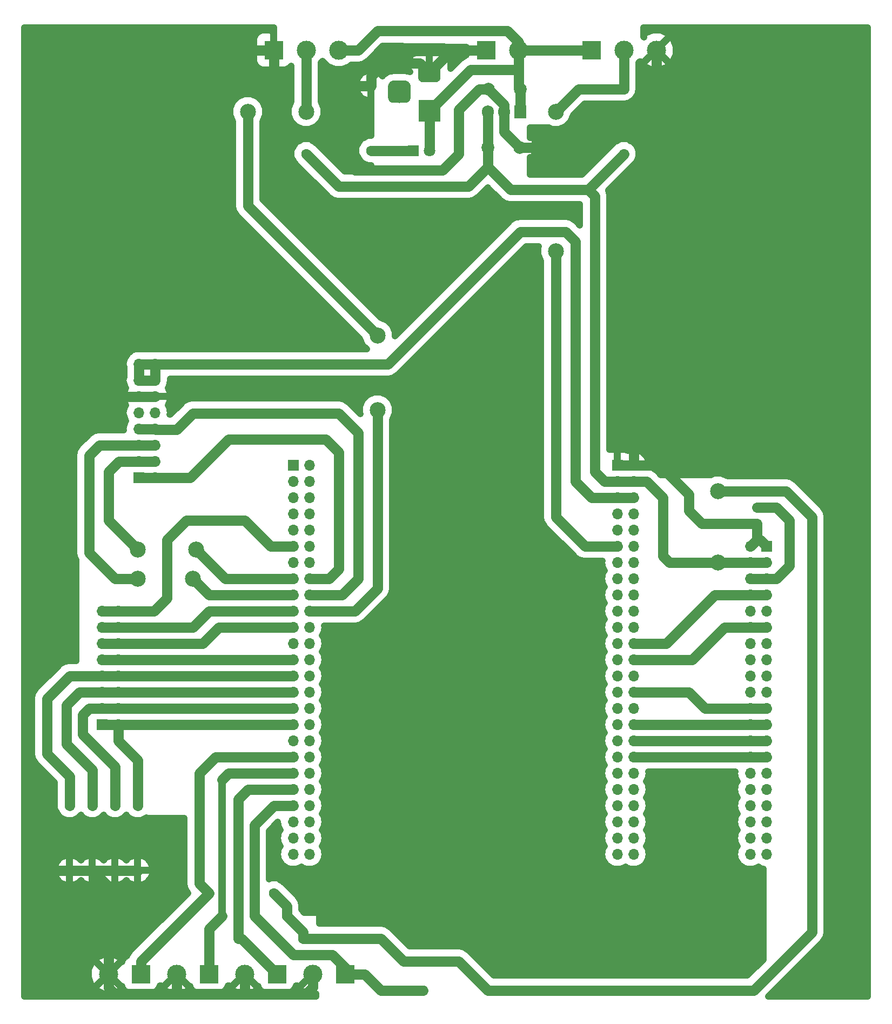
<source format=gbr>
G04 #@! TF.GenerationSoftware,KiCad,Pcbnew,(5.0.1)-4*
G04 #@! TF.CreationDate,2019-10-11T14:23:10-03:00*
G04 #@! TF.ProjectId,Principal,5072696E636970616C2E6B696361645F,rev?*
G04 #@! TF.SameCoordinates,Original*
G04 #@! TF.FileFunction,Copper,L2,Bot,Signal*
G04 #@! TF.FilePolarity,Positive*
%FSLAX46Y46*%
G04 Gerber Fmt 4.6, Leading zero omitted, Abs format (unit mm)*
G04 Created by KiCad (PCBNEW (5.0.1)-4) date 11/10/2019 14:23:10*
%MOMM*%
%LPD*%
G01*
G04 APERTURE LIST*
G04 #@! TA.AperFunction,ComponentPad*
%ADD10R,1.700000X1.700000*%
G04 #@! TD*
G04 #@! TA.AperFunction,ComponentPad*
%ADD11O,1.700000X1.700000*%
G04 #@! TD*
G04 #@! TA.AperFunction,ComponentPad*
%ADD12C,2.000000*%
G04 #@! TD*
G04 #@! TA.AperFunction,ComponentPad*
%ADD13R,1.800000X1.800000*%
G04 #@! TD*
G04 #@! TA.AperFunction,ComponentPad*
%ADD14C,1.800000*%
G04 #@! TD*
G04 #@! TA.AperFunction,ComponentPad*
%ADD15R,3.000000X3.000000*%
G04 #@! TD*
G04 #@! TA.AperFunction,ComponentPad*
%ADD16C,3.000000*%
G04 #@! TD*
G04 #@! TA.AperFunction,ComponentPad*
%ADD17R,3.500000X3.500000*%
G04 #@! TD*
G04 #@! TA.AperFunction,Conductor*
%ADD18C,0.100000*%
G04 #@! TD*
G04 #@! TA.AperFunction,ComponentPad*
%ADD19C,3.500000*%
G04 #@! TD*
G04 #@! TA.AperFunction,ComponentPad*
%ADD20O,1.600000X1.600000*%
G04 #@! TD*
G04 #@! TA.AperFunction,ComponentPad*
%ADD21C,1.600000*%
G04 #@! TD*
G04 #@! TA.AperFunction,ComponentPad*
%ADD22C,1.440000*%
G04 #@! TD*
G04 #@! TA.AperFunction,ComponentPad*
%ADD23R,1.905000X2.000000*%
G04 #@! TD*
G04 #@! TA.AperFunction,ComponentPad*
%ADD24O,1.905000X2.000000*%
G04 #@! TD*
G04 #@! TA.AperFunction,ViaPad*
%ADD25C,2.500000*%
G04 #@! TD*
G04 #@! TA.AperFunction,Conductor*
%ADD26C,1.600000*%
G04 #@! TD*
G04 #@! TA.AperFunction,Conductor*
%ADD27C,1.200000*%
G04 #@! TD*
G04 #@! TA.AperFunction,Conductor*
%ADD28C,1.000000*%
G04 #@! TD*
G04 APERTURE END LIST*
D10*
G04 #@! TO.P,J6,1*
G04 #@! TO.N,Net-(J1-Pad33)*
X26416000Y-128016000D03*
D11*
G04 #@! TO.P,J6,2*
X28956000Y-128016000D03*
G04 #@! TO.P,J6,3*
G04 #@! TO.N,Net-(J1-Pad31)*
X26416000Y-125476000D03*
G04 #@! TO.P,J6,4*
X28956000Y-125476000D03*
G04 #@! TO.P,J6,5*
G04 #@! TO.N,Net-(J1-Pad29)*
X26416000Y-122936000D03*
G04 #@! TO.P,J6,6*
X28956000Y-122936000D03*
G04 #@! TO.P,J6,7*
G04 #@! TO.N,Net-(J1-Pad27)*
X26416000Y-120396000D03*
G04 #@! TO.P,J6,8*
X28956000Y-120396000D03*
G04 #@! TO.P,J6,9*
G04 #@! TO.N,Net-(J1-Pad25)*
X26416000Y-117856000D03*
G04 #@! TO.P,J6,10*
X28956000Y-117856000D03*
G04 #@! TO.P,J6,11*
G04 #@! TO.N,Net-(J1-Pad21)*
X26416000Y-115316000D03*
G04 #@! TO.P,J6,12*
X28956000Y-115316000D03*
G04 #@! TO.P,J6,13*
G04 #@! TO.N,Net-(J1-Pad19)*
X26416000Y-112776000D03*
G04 #@! TO.P,J6,14*
X28956000Y-112776000D03*
G04 #@! TO.P,J6,15*
G04 #@! TO.N,Net-(J1-Pad11)*
X26416000Y-110236000D03*
G04 #@! TO.P,J6,16*
X28956000Y-110236000D03*
G04 #@! TD*
D12*
G04 #@! TO.P,C1,2*
G04 #@! TO.N,GND*
X86948000Y-28448000D03*
G04 #@! TO.P,C1,1*
G04 #@! TO.N,/9V*
X91948000Y-28448000D03*
G04 #@! TD*
G04 #@! TO.P,C2,1*
G04 #@! TO.N,5V*
X86868000Y-37592000D03*
G04 #@! TO.P,C2,2*
G04 #@! TO.N,GND*
X91868000Y-37592000D03*
G04 #@! TD*
D13*
G04 #@! TO.P,D1,1*
G04 #@! TO.N,Net-(D1-Pad1)*
X75184000Y-38100000D03*
D14*
G04 #@! TO.P,D1,2*
G04 #@! TO.N,/9V*
X77724000Y-38100000D03*
G04 #@! TD*
D11*
G04 #@! TO.P,J1,50*
G04 #@! TO.N,Net-(J1-Pad50)*
X58928000Y-148336000D03*
G04 #@! TO.P,J1,49*
G04 #@! TO.N,Net-(J1-Pad49)*
X56388000Y-148336000D03*
G04 #@! TO.P,J1,48*
G04 #@! TO.N,Net-(J1-Pad48)*
X58928000Y-145796000D03*
G04 #@! TO.P,J1,47*
G04 #@! TO.N,Net-(J1-Pad47)*
X56388000Y-145796000D03*
G04 #@! TO.P,J1,46*
G04 #@! TO.N,Net-(J1-Pad46)*
X58928000Y-143256000D03*
G04 #@! TO.P,J1,45*
G04 #@! TO.N,Net-(J1-Pad45)*
X56388000Y-143256000D03*
G04 #@! TO.P,J1,44*
G04 #@! TO.N,Net-(J1-Pad44)*
X58928000Y-140716000D03*
G04 #@! TO.P,J1,43*
G04 #@! TO.N,Net-(J1-Pad43)*
X56388000Y-140716000D03*
G04 #@! TO.P,J1,42*
G04 #@! TO.N,Net-(J1-Pad42)*
X58928000Y-138176000D03*
G04 #@! TO.P,J1,41*
G04 #@! TO.N,Net-(J1-Pad41)*
X56388000Y-138176000D03*
G04 #@! TO.P,J1,40*
G04 #@! TO.N,Net-(J1-Pad40)*
X58928000Y-135636000D03*
G04 #@! TO.P,J1,39*
G04 #@! TO.N,Net-(J1-Pad39)*
X56388000Y-135636000D03*
G04 #@! TO.P,J1,38*
G04 #@! TO.N,Net-(J1-Pad38)*
X58928000Y-133096000D03*
G04 #@! TO.P,J1,37*
G04 #@! TO.N,Net-(J1-Pad37)*
X56388000Y-133096000D03*
G04 #@! TO.P,J1,36*
G04 #@! TO.N,Net-(J1-Pad36)*
X58928000Y-130556000D03*
G04 #@! TO.P,J1,35*
G04 #@! TO.N,Net-(J1-Pad35)*
X56388000Y-130556000D03*
G04 #@! TO.P,J1,34*
G04 #@! TO.N,Net-(J1-Pad34)*
X58928000Y-128016000D03*
G04 #@! TO.P,J1,33*
G04 #@! TO.N,Net-(J1-Pad33)*
X56388000Y-128016000D03*
G04 #@! TO.P,J1,32*
G04 #@! TO.N,Net-(J1-Pad32)*
X58928000Y-125476000D03*
G04 #@! TO.P,J1,31*
G04 #@! TO.N,Net-(J1-Pad31)*
X56388000Y-125476000D03*
G04 #@! TO.P,J1,30*
G04 #@! TO.N,Net-(J1-Pad30)*
X58928000Y-122936000D03*
G04 #@! TO.P,J1,29*
G04 #@! TO.N,Net-(J1-Pad29)*
X56388000Y-122936000D03*
G04 #@! TO.P,J1,28*
G04 #@! TO.N,Net-(J1-Pad28)*
X58928000Y-120396000D03*
G04 #@! TO.P,J1,27*
G04 #@! TO.N,Net-(J1-Pad27)*
X56388000Y-120396000D03*
G04 #@! TO.P,J1,26*
G04 #@! TO.N,Net-(J1-Pad26)*
X58928000Y-117856000D03*
G04 #@! TO.P,J1,25*
G04 #@! TO.N,Net-(J1-Pad25)*
X56388000Y-117856000D03*
G04 #@! TO.P,J1,24*
G04 #@! TO.N,Net-(J1-Pad24)*
X58928000Y-115316000D03*
G04 #@! TO.P,J1,23*
G04 #@! TO.N,Net-(J1-Pad23)*
X56388000Y-115316000D03*
G04 #@! TO.P,J1,22*
G04 #@! TO.N,Net-(J1-Pad22)*
X58928000Y-112776000D03*
G04 #@! TO.P,J1,21*
G04 #@! TO.N,Net-(J1-Pad21)*
X56388000Y-112776000D03*
G04 #@! TO.P,J1,20*
G04 #@! TO.N,Net-(J1-Pad20)*
X58928000Y-110236000D03*
G04 #@! TO.P,J1,19*
G04 #@! TO.N,Net-(J1-Pad19)*
X56388000Y-110236000D03*
G04 #@! TO.P,J1,18*
G04 #@! TO.N,PA6*
X58928000Y-107696000D03*
G04 #@! TO.P,J1,17*
G04 #@! TO.N,PA7*
X56388000Y-107696000D03*
G04 #@! TO.P,J1,16*
G04 #@! TO.N,PA4*
X58928000Y-105156000D03*
G04 #@! TO.P,J1,15*
G04 #@! TO.N,PA5*
X56388000Y-105156000D03*
G04 #@! TO.P,J1,14*
G04 #@! TO.N,Net-(J1-Pad14)*
X58928000Y-102616000D03*
G04 #@! TO.P,J1,13*
G04 #@! TO.N,Net-(J1-Pad13)*
X56388000Y-102616000D03*
G04 #@! TO.P,J1,12*
G04 #@! TO.N,Net-(J1-Pad12)*
X58928000Y-100076000D03*
G04 #@! TO.P,J1,11*
G04 #@! TO.N,Net-(J1-Pad11)*
X56388000Y-100076000D03*
G04 #@! TO.P,J1,10*
G04 #@! TO.N,Net-(J1-Pad10)*
X58928000Y-97536000D03*
G04 #@! TO.P,J1,9*
G04 #@! TO.N,Net-(J1-Pad9)*
X56388000Y-97536000D03*
G04 #@! TO.P,J1,8*
G04 #@! TO.N,Net-(J1-Pad8)*
X58928000Y-94996000D03*
G04 #@! TO.P,J1,7*
G04 #@! TO.N,Net-(J1-Pad7)*
X56388000Y-94996000D03*
G04 #@! TO.P,J1,6*
G04 #@! TO.N,Net-(J1-Pad6)*
X58928000Y-92456000D03*
G04 #@! TO.P,J1,5*
G04 #@! TO.N,Net-(J1-Pad5)*
X56388000Y-92456000D03*
G04 #@! TO.P,J1,4*
G04 #@! TO.N,Net-(J1-Pad4)*
X58928000Y-89916000D03*
G04 #@! TO.P,J1,3*
G04 #@! TO.N,Net-(J1-Pad3)*
X56388000Y-89916000D03*
G04 #@! TO.P,J1,2*
G04 #@! TO.N,Net-(J1-Pad2)*
X58928000Y-87376000D03*
D10*
G04 #@! TO.P,J1,1*
G04 #@! TO.N,Net-(J1-Pad1)*
X56388000Y-87376000D03*
G04 #@! TD*
G04 #@! TO.P,J2,1*
G04 #@! TO.N,GND*
X107188000Y-87376000D03*
D11*
G04 #@! TO.P,J2,2*
X109728000Y-87376000D03*
G04 #@! TO.P,J2,3*
G04 #@! TO.N,5V*
X107188000Y-89916000D03*
G04 #@! TO.P,J2,4*
X109728000Y-89916000D03*
G04 #@! TO.P,J2,5*
G04 #@! TO.N,3V*
X107188000Y-92456000D03*
G04 #@! TO.P,J2,6*
X109728000Y-92456000D03*
G04 #@! TO.P,J2,7*
G04 #@! TO.N,Net-(J2-Pad7)*
X107188000Y-94996000D03*
G04 #@! TO.P,J2,8*
G04 #@! TO.N,Net-(J2-Pad8)*
X109728000Y-94996000D03*
G04 #@! TO.P,J2,9*
G04 #@! TO.N,Net-(J2-Pad9)*
X107188000Y-97536000D03*
G04 #@! TO.P,J2,10*
G04 #@! TO.N,Net-(J2-Pad10)*
X109728000Y-97536000D03*
G04 #@! TO.P,J2,11*
G04 #@! TO.N,Net-(J2-Pad11)*
X107188000Y-100076000D03*
G04 #@! TO.P,J2,12*
G04 #@! TO.N,Net-(J2-Pad12)*
X109728000Y-100076000D03*
G04 #@! TO.P,J2,13*
G04 #@! TO.N,Net-(J2-Pad13)*
X107188000Y-102616000D03*
G04 #@! TO.P,J2,14*
G04 #@! TO.N,Net-(J2-Pad14)*
X109728000Y-102616000D03*
G04 #@! TO.P,J2,15*
G04 #@! TO.N,Net-(J2-Pad15)*
X107188000Y-105156000D03*
G04 #@! TO.P,J2,16*
G04 #@! TO.N,Net-(J2-Pad16)*
X109728000Y-105156000D03*
G04 #@! TO.P,J2,17*
G04 #@! TO.N,Net-(J2-Pad17)*
X107188000Y-107696000D03*
G04 #@! TO.P,J2,18*
G04 #@! TO.N,Net-(J2-Pad18)*
X109728000Y-107696000D03*
G04 #@! TO.P,J2,19*
G04 #@! TO.N,Net-(J2-Pad19)*
X107188000Y-110236000D03*
G04 #@! TO.P,J2,20*
G04 #@! TO.N,Net-(J2-Pad20)*
X109728000Y-110236000D03*
G04 #@! TO.P,J2,21*
G04 #@! TO.N,Net-(J2-Pad21)*
X107188000Y-112776000D03*
G04 #@! TO.P,J2,22*
G04 #@! TO.N,Net-(J2-Pad22)*
X109728000Y-112776000D03*
G04 #@! TO.P,J2,23*
G04 #@! TO.N,Net-(J2-Pad23)*
X107188000Y-115316000D03*
G04 #@! TO.P,J2,24*
G04 #@! TO.N,Net-(J2-Pad24)*
X109728000Y-115316000D03*
G04 #@! TO.P,J2,25*
G04 #@! TO.N,Net-(J2-Pad25)*
X107188000Y-117856000D03*
G04 #@! TO.P,J2,26*
G04 #@! TO.N,Net-(J2-Pad26)*
X109728000Y-117856000D03*
G04 #@! TO.P,J2,27*
G04 #@! TO.N,Net-(J2-Pad27)*
X107188000Y-120396000D03*
G04 #@! TO.P,J2,28*
G04 #@! TO.N,Net-(J2-Pad28)*
X109728000Y-120396000D03*
G04 #@! TO.P,J2,29*
G04 #@! TO.N,Net-(J2-Pad29)*
X107188000Y-122936000D03*
G04 #@! TO.P,J2,30*
G04 #@! TO.N,Net-(J2-Pad30)*
X109728000Y-122936000D03*
G04 #@! TO.P,J2,31*
G04 #@! TO.N,Net-(J2-Pad31)*
X107188000Y-125476000D03*
G04 #@! TO.P,J2,32*
G04 #@! TO.N,Net-(J2-Pad32)*
X109728000Y-125476000D03*
G04 #@! TO.P,J2,33*
G04 #@! TO.N,Net-(J2-Pad33)*
X107188000Y-128016000D03*
G04 #@! TO.P,J2,34*
G04 #@! TO.N,Net-(J2-Pad34)*
X109728000Y-128016000D03*
G04 #@! TO.P,J2,35*
G04 #@! TO.N,Net-(J2-Pad35)*
X107188000Y-130556000D03*
G04 #@! TO.P,J2,36*
G04 #@! TO.N,Net-(J2-Pad36)*
X109728000Y-130556000D03*
G04 #@! TO.P,J2,37*
G04 #@! TO.N,Net-(J2-Pad37)*
X107188000Y-133096000D03*
G04 #@! TO.P,J2,38*
G04 #@! TO.N,Net-(J2-Pad38)*
X109728000Y-133096000D03*
G04 #@! TO.P,J2,39*
G04 #@! TO.N,Net-(J2-Pad39)*
X107188000Y-135636000D03*
G04 #@! TO.P,J2,40*
G04 #@! TO.N,Net-(J2-Pad40)*
X109728000Y-135636000D03*
G04 #@! TO.P,J2,41*
G04 #@! TO.N,Net-(J2-Pad41)*
X107188000Y-138176000D03*
G04 #@! TO.P,J2,42*
G04 #@! TO.N,Net-(J2-Pad42)*
X109728000Y-138176000D03*
G04 #@! TO.P,J2,43*
G04 #@! TO.N,Net-(J2-Pad43)*
X107188000Y-140716000D03*
G04 #@! TO.P,J2,44*
G04 #@! TO.N,Net-(J2-Pad44)*
X109728000Y-140716000D03*
G04 #@! TO.P,J2,45*
G04 #@! TO.N,Net-(J2-Pad45)*
X107188000Y-143256000D03*
G04 #@! TO.P,J2,46*
G04 #@! TO.N,Net-(J2-Pad46)*
X109728000Y-143256000D03*
G04 #@! TO.P,J2,47*
G04 #@! TO.N,Net-(J2-Pad47)*
X107188000Y-145796000D03*
G04 #@! TO.P,J2,48*
G04 #@! TO.N,Net-(J2-Pad48)*
X109728000Y-145796000D03*
G04 #@! TO.P,J2,49*
G04 #@! TO.N,Net-(J2-Pad49)*
X107188000Y-148336000D03*
G04 #@! TO.P,J2,50*
G04 #@! TO.N,Net-(J2-Pad50)*
X109728000Y-148336000D03*
G04 #@! TD*
D15*
G04 #@! TO.P,J3,1*
G04 #@! TO.N,GND*
X53340000Y-22352000D03*
D16*
G04 #@! TO.P,J3,2*
G04 #@! TO.N,Net-(J1-Pad20)*
X58420000Y-22352000D03*
G04 #@! TO.P,J3,3*
G04 #@! TO.N,/9V*
X63500000Y-22352000D03*
G04 #@! TD*
D15*
G04 #@! TO.P,J4,1*
G04 #@! TO.N,GND*
X86614000Y-22352000D03*
D16*
G04 #@! TO.P,J4,2*
G04 #@! TO.N,/9V*
X91694000Y-22352000D03*
G04 #@! TD*
G04 #@! TO.P,J5,3*
G04 #@! TO.N,GND*
X113284000Y-22352000D03*
G04 #@! TO.P,J5,2*
G04 #@! TO.N,Net-(J2-Pad11)*
X108204000Y-22352000D03*
D15*
G04 #@! TO.P,J5,1*
G04 #@! TO.N,/9V*
X103124000Y-22352000D03*
G04 #@! TD*
D17*
G04 #@! TO.P,J9,1*
G04 #@! TO.N,/9V*
X77724000Y-31877000D03*
D18*
G04 #@! TD*
G04 #@! TO.N,GND*
G04 #@! TO.C,J9*
G36*
X78797513Y-24380611D02*
X78870318Y-24391411D01*
X78941714Y-24409295D01*
X79011013Y-24434090D01*
X79077548Y-24465559D01*
X79140678Y-24503398D01*
X79199795Y-24547242D01*
X79254330Y-24596670D01*
X79303758Y-24651205D01*
X79347602Y-24710322D01*
X79385441Y-24773452D01*
X79416910Y-24839987D01*
X79441705Y-24909286D01*
X79459589Y-24980682D01*
X79470389Y-25053487D01*
X79474000Y-25127000D01*
X79474000Y-26627000D01*
X79470389Y-26700513D01*
X79459589Y-26773318D01*
X79441705Y-26844714D01*
X79416910Y-26914013D01*
X79385441Y-26980548D01*
X79347602Y-27043678D01*
X79303758Y-27102795D01*
X79254330Y-27157330D01*
X79199795Y-27206758D01*
X79140678Y-27250602D01*
X79077548Y-27288441D01*
X79011013Y-27319910D01*
X78941714Y-27344705D01*
X78870318Y-27362589D01*
X78797513Y-27373389D01*
X78724000Y-27377000D01*
X76724000Y-27377000D01*
X76650487Y-27373389D01*
X76577682Y-27362589D01*
X76506286Y-27344705D01*
X76436987Y-27319910D01*
X76370452Y-27288441D01*
X76307322Y-27250602D01*
X76248205Y-27206758D01*
X76193670Y-27157330D01*
X76144242Y-27102795D01*
X76100398Y-27043678D01*
X76062559Y-26980548D01*
X76031090Y-26914013D01*
X76006295Y-26844714D01*
X75988411Y-26773318D01*
X75977611Y-26700513D01*
X75974000Y-26627000D01*
X75974000Y-25127000D01*
X75977611Y-25053487D01*
X75988411Y-24980682D01*
X76006295Y-24909286D01*
X76031090Y-24839987D01*
X76062559Y-24773452D01*
X76100398Y-24710322D01*
X76144242Y-24651205D01*
X76193670Y-24596670D01*
X76248205Y-24547242D01*
X76307322Y-24503398D01*
X76370452Y-24465559D01*
X76436987Y-24434090D01*
X76506286Y-24409295D01*
X76577682Y-24391411D01*
X76650487Y-24380611D01*
X76724000Y-24377000D01*
X78724000Y-24377000D01*
X78797513Y-24380611D01*
X78797513Y-24380611D01*
G37*
D16*
G04 #@! TO.P,J9,2*
G04 #@! TO.N,GND*
X77724000Y-25877000D03*
D18*
G04 #@! TD*
G04 #@! TO.N,N/C*
G04 #@! TO.C,J9*
G36*
X73984765Y-27131213D02*
X74069704Y-27143813D01*
X74152999Y-27164677D01*
X74233848Y-27193605D01*
X74311472Y-27230319D01*
X74385124Y-27274464D01*
X74454094Y-27325616D01*
X74517718Y-27383282D01*
X74575384Y-27446906D01*
X74626536Y-27515876D01*
X74670681Y-27589528D01*
X74707395Y-27667152D01*
X74736323Y-27748001D01*
X74757187Y-27831296D01*
X74769787Y-27916235D01*
X74774000Y-28002000D01*
X74774000Y-29752000D01*
X74769787Y-29837765D01*
X74757187Y-29922704D01*
X74736323Y-30005999D01*
X74707395Y-30086848D01*
X74670681Y-30164472D01*
X74626536Y-30238124D01*
X74575384Y-30307094D01*
X74517718Y-30370718D01*
X74454094Y-30428384D01*
X74385124Y-30479536D01*
X74311472Y-30523681D01*
X74233848Y-30560395D01*
X74152999Y-30589323D01*
X74069704Y-30610187D01*
X73984765Y-30622787D01*
X73899000Y-30627000D01*
X72149000Y-30627000D01*
X72063235Y-30622787D01*
X71978296Y-30610187D01*
X71895001Y-30589323D01*
X71814152Y-30560395D01*
X71736528Y-30523681D01*
X71662876Y-30479536D01*
X71593906Y-30428384D01*
X71530282Y-30370718D01*
X71472616Y-30307094D01*
X71421464Y-30238124D01*
X71377319Y-30164472D01*
X71340605Y-30086848D01*
X71311677Y-30005999D01*
X71290813Y-29922704D01*
X71278213Y-29837765D01*
X71274000Y-29752000D01*
X71274000Y-28002000D01*
X71278213Y-27916235D01*
X71290813Y-27831296D01*
X71311677Y-27748001D01*
X71340605Y-27667152D01*
X71377319Y-27589528D01*
X71421464Y-27515876D01*
X71472616Y-27446906D01*
X71530282Y-27383282D01*
X71593906Y-27325616D01*
X71662876Y-27274464D01*
X71736528Y-27230319D01*
X71814152Y-27193605D01*
X71895001Y-27164677D01*
X71978296Y-27143813D01*
X72063235Y-27131213D01*
X72149000Y-27127000D01*
X73899000Y-27127000D01*
X73984765Y-27131213D01*
X73984765Y-27131213D01*
G37*
D19*
G04 #@! TO.P,J9,3*
G04 #@! TO.N,N/C*
X73024000Y-28877000D03*
G04 #@! TD*
D20*
G04 #@! TO.P,R1,2*
G04 #@! TO.N,GND*
X68580000Y-27940000D03*
D21*
G04 #@! TO.P,R1,1*
G04 #@! TO.N,Net-(D1-Pad1)*
X68580000Y-38100000D03*
G04 #@! TD*
D20*
G04 #@! TO.P,R2,2*
G04 #@! TO.N,GND*
X32004000Y-150876000D03*
D21*
G04 #@! TO.P,R2,1*
G04 #@! TO.N,Net-(J1-Pad33)*
X32004000Y-140716000D03*
G04 #@! TD*
G04 #@! TO.P,R3,1*
G04 #@! TO.N,5V*
X58420000Y-38608000D03*
D20*
G04 #@! TO.P,R3,2*
G04 #@! TO.N,Net-(J1-Pad20)*
X58420000Y-28448000D03*
G04 #@! TD*
D21*
G04 #@! TO.P,R4,1*
G04 #@! TO.N,Net-(J1-Pad31)*
X28448000Y-140716000D03*
D20*
G04 #@! TO.P,R4,2*
G04 #@! TO.N,GND*
X28448000Y-150876000D03*
G04 #@! TD*
G04 #@! TO.P,R5,2*
G04 #@! TO.N,GND*
X24892000Y-150876000D03*
D21*
G04 #@! TO.P,R5,1*
G04 #@! TO.N,Net-(J1-Pad29)*
X24892000Y-140716000D03*
G04 #@! TD*
G04 #@! TO.P,R6,1*
G04 #@! TO.N,Net-(J1-Pad27)*
X21336000Y-140716000D03*
D20*
G04 #@! TO.P,R6,2*
G04 #@! TO.N,GND*
X21336000Y-150876000D03*
G04 #@! TD*
D21*
G04 #@! TO.P,R7,1*
G04 #@! TO.N,5V*
X108204000Y-38608000D03*
D20*
G04 #@! TO.P,R7,2*
G04 #@! TO.N,Net-(J2-Pad11)*
X108204000Y-28448000D03*
G04 #@! TD*
D21*
G04 #@! TO.P,R8,1*
G04 #@! TO.N,5V*
X86868000Y-169672000D03*
D20*
G04 #@! TO.P,R8,2*
G04 #@! TO.N,Net-(J1-Pad43)*
X76708000Y-169672000D03*
G04 #@! TD*
G04 #@! TO.P,R9,2*
G04 #@! TO.N,Net-(J1-Pad41)*
X47752000Y-161544000D03*
D21*
G04 #@! TO.P,R9,1*
G04 #@! TO.N,5V*
X57912000Y-161544000D03*
G04 #@! TD*
G04 #@! TO.P,R10,1*
G04 #@! TO.N,5V*
X55372000Y-157988000D03*
D20*
G04 #@! TO.P,R10,2*
G04 #@! TO.N,Net-(J1-Pad39)*
X45212000Y-157988000D03*
G04 #@! TD*
G04 #@! TO.P,R11,2*
G04 #@! TO.N,Net-(J1-Pad37)*
X43180000Y-154432000D03*
D21*
G04 #@! TO.P,R11,1*
G04 #@! TO.N,5V*
X53340000Y-154432000D03*
G04 #@! TD*
D22*
G04 #@! TO.P,RV1,1*
G04 #@! TO.N,5V*
X129032000Y-91440000D03*
G04 #@! TO.P,RV1,2*
G04 #@! TO.N,Net-(J7-Pad5)*
X129032000Y-93980000D03*
G04 #@! TO.P,RV1,3*
G04 #@! TO.N,GND*
X129032000Y-96520000D03*
G04 #@! TD*
D16*
G04 #@! TO.P,SW1,2*
G04 #@! TO.N,GND*
X59436000Y-167132000D03*
D15*
G04 #@! TO.P,SW1,1*
G04 #@! TO.N,Net-(J1-Pad43)*
X64516000Y-167132000D03*
G04 #@! TD*
G04 #@! TO.P,SW2,1*
G04 #@! TO.N,Net-(J1-Pad41)*
X53848000Y-167132000D03*
D16*
G04 #@! TO.P,SW2,2*
G04 #@! TO.N,GND*
X48768000Y-167132000D03*
G04 #@! TD*
G04 #@! TO.P,SW3,2*
G04 #@! TO.N,GND*
X38100000Y-167132000D03*
D15*
G04 #@! TO.P,SW3,1*
G04 #@! TO.N,Net-(J1-Pad39)*
X43180000Y-167132000D03*
G04 #@! TD*
G04 #@! TO.P,SW4,1*
G04 #@! TO.N,Net-(J1-Pad37)*
X32512000Y-167132000D03*
D16*
G04 #@! TO.P,SW4,2*
G04 #@! TO.N,GND*
X27432000Y-167132000D03*
G04 #@! TD*
D23*
G04 #@! TO.P,U1,1*
G04 #@! TO.N,/9V*
X91948000Y-32004000D03*
D24*
G04 #@! TO.P,U1,2*
G04 #@! TO.N,GND*
X89408000Y-32004000D03*
G04 #@! TO.P,U1,3*
G04 #@! TO.N,5V*
X86868000Y-32004000D03*
G04 #@! TD*
D10*
G04 #@! TO.P,J7,1*
G04 #@! TO.N,GND*
X130556000Y-100076000D03*
D11*
G04 #@! TO.P,J7,2*
X128016000Y-100076000D03*
G04 #@! TO.P,J7,3*
G04 #@! TO.N,5V*
X130556000Y-102616000D03*
G04 #@! TO.P,J7,4*
X128016000Y-102616000D03*
G04 #@! TO.P,J7,5*
G04 #@! TO.N,Net-(J7-Pad5)*
X130556000Y-105156000D03*
G04 #@! TO.P,J7,6*
X128016000Y-105156000D03*
G04 #@! TO.P,J7,7*
G04 #@! TO.N,Net-(J2-Pad24)*
X130556000Y-107696000D03*
G04 #@! TO.P,J7,8*
X128016000Y-107696000D03*
G04 #@! TO.P,J7,9*
G04 #@! TO.N,Net-(J7-Pad9)*
X130556000Y-110236000D03*
G04 #@! TO.P,J7,10*
G04 #@! TO.N,Net-(J7-Pad10)*
X128016000Y-110236000D03*
G04 #@! TO.P,J7,11*
G04 #@! TO.N,Net-(J2-Pad26)*
X130556000Y-112776000D03*
G04 #@! TO.P,J7,12*
X128016000Y-112776000D03*
G04 #@! TO.P,J7,13*
G04 #@! TO.N,Net-(J7-Pad13)*
X130556000Y-115316000D03*
G04 #@! TO.P,J7,14*
G04 #@! TO.N,Net-(J7-Pad14)*
X128016000Y-115316000D03*
G04 #@! TO.P,J7,15*
G04 #@! TO.N,Net-(J7-Pad15)*
X130556000Y-117856000D03*
G04 #@! TO.P,J7,16*
G04 #@! TO.N,Net-(J7-Pad16)*
X128016000Y-117856000D03*
G04 #@! TO.P,J7,17*
G04 #@! TO.N,Net-(J7-Pad17)*
X130556000Y-120396000D03*
G04 #@! TO.P,J7,18*
G04 #@! TO.N,Net-(J7-Pad18)*
X128016000Y-120396000D03*
G04 #@! TO.P,J7,19*
G04 #@! TO.N,Net-(J7-Pad19)*
X130556000Y-122936000D03*
G04 #@! TO.P,J7,20*
G04 #@! TO.N,Net-(J7-Pad20)*
X128016000Y-122936000D03*
G04 #@! TO.P,J7,21*
G04 #@! TO.N,Net-(J2-Pad30)*
X130556000Y-125476000D03*
G04 #@! TO.P,J7,22*
X128016000Y-125476000D03*
G04 #@! TO.P,J7,23*
G04 #@! TO.N,Net-(J2-Pad34)*
X130556000Y-128016000D03*
G04 #@! TO.P,J7,24*
X128016000Y-128016000D03*
G04 #@! TO.P,J7,25*
G04 #@! TO.N,Net-(J2-Pad36)*
X130556000Y-130556000D03*
G04 #@! TO.P,J7,26*
X128016000Y-130556000D03*
G04 #@! TO.P,J7,27*
G04 #@! TO.N,Net-(J2-Pad38)*
X130556000Y-133096000D03*
G04 #@! TO.P,J7,28*
X128016000Y-133096000D03*
G04 #@! TO.P,J7,29*
G04 #@! TO.N,Net-(J7-Pad29)*
X130556000Y-135636000D03*
G04 #@! TO.P,J7,30*
G04 #@! TO.N,Net-(J7-Pad30)*
X128016000Y-135636000D03*
G04 #@! TO.P,J7,31*
G04 #@! TO.N,Net-(J7-Pad31)*
X130556000Y-138176000D03*
G04 #@! TO.P,J7,32*
G04 #@! TO.N,Net-(J7-Pad32)*
X128016000Y-138176000D03*
G04 #@! TO.P,J7,33*
G04 #@! TO.N,Net-(J7-Pad33)*
X130556000Y-140716000D03*
G04 #@! TO.P,J7,34*
G04 #@! TO.N,Net-(J7-Pad34)*
X128016000Y-140716000D03*
G04 #@! TO.P,J7,35*
G04 #@! TO.N,Net-(J7-Pad35)*
X130556000Y-143256000D03*
G04 #@! TO.P,J7,36*
G04 #@! TO.N,Net-(J7-Pad36)*
X128016000Y-143256000D03*
G04 #@! TO.P,J7,37*
G04 #@! TO.N,Net-(J7-Pad37)*
X130556000Y-145796000D03*
G04 #@! TO.P,J7,38*
G04 #@! TO.N,Net-(J7-Pad38)*
X128016000Y-145796000D03*
G04 #@! TO.P,J7,39*
G04 #@! TO.N,Net-(J7-Pad39)*
X130556000Y-148336000D03*
G04 #@! TO.P,J7,40*
G04 #@! TO.N,Net-(J7-Pad40)*
X128016000Y-148336000D03*
G04 #@! TD*
G04 #@! TO.P,J8,16*
G04 #@! TO.N,3V*
X34727222Y-71544199D03*
G04 #@! TO.P,J8,15*
X32187222Y-71544199D03*
G04 #@! TO.P,J8,14*
X34727222Y-74084199D03*
G04 #@! TO.P,J8,13*
X32187222Y-74084199D03*
G04 #@! TO.P,J8,12*
G04 #@! TO.N,GND*
X34727222Y-76624199D03*
G04 #@! TO.P,J8,11*
X32187222Y-76624199D03*
G04 #@! TO.P,J8,10*
G04 #@! TO.N,Net-(J8-Pad10)*
X34727222Y-79164199D03*
G04 #@! TO.P,J8,9*
G04 #@! TO.N,Net-(J8-Pad9)*
X32187222Y-79164199D03*
G04 #@! TO.P,J8,8*
G04 #@! TO.N,PA6*
X34727222Y-81704199D03*
G04 #@! TO.P,J8,7*
X32187222Y-81704199D03*
G04 #@! TO.P,J8,6*
G04 #@! TO.N,PA7*
X34727222Y-84244199D03*
G04 #@! TO.P,J8,5*
X32187222Y-84244199D03*
G04 #@! TO.P,J8,4*
G04 #@! TO.N,PA5*
X34727222Y-86784199D03*
G04 #@! TO.P,J8,3*
X32187222Y-86784199D03*
G04 #@! TO.P,J8,2*
G04 #@! TO.N,PA4*
X34727222Y-89324199D03*
D10*
G04 #@! TO.P,J8,1*
X32187222Y-89324199D03*
G04 #@! TD*
D25*
G04 #@! TO.N,Net-(J1-Pad20)*
X69596000Y-67056000D03*
X58420000Y-32004000D03*
X49276000Y-32004000D03*
X69596000Y-78740000D03*
G04 #@! TO.N,Net-(J2-Pad11)*
X97536000Y-32004000D03*
X97536000Y-53848000D03*
G04 #@! TO.N,5V*
X122936000Y-91440000D03*
X122936000Y-102616000D03*
G04 #@! TO.N,PA5*
X41148000Y-100584000D03*
X32004000Y-100584000D03*
G04 #@! TO.N,PA7*
X40640000Y-105156000D03*
X32004000Y-105156000D03*
G04 #@! TD*
D26*
G04 #@! TO.N,Net-(D1-Pad1)*
X75184000Y-38100000D02*
X68580000Y-38100000D01*
G04 #@! TO.N,Net-(J1-Pad11)*
X26416000Y-110236000D02*
X28956000Y-110236000D01*
X52832000Y-100076000D02*
X56388000Y-100076000D01*
X28956000Y-110236000D02*
X34544000Y-110236000D01*
X34544000Y-110236000D02*
X36576000Y-108204000D01*
X36576000Y-108204000D02*
X36576000Y-99060000D01*
X36576000Y-99060000D02*
X39624000Y-96012000D01*
X39624000Y-96012000D02*
X48768000Y-96012000D01*
X48768000Y-96012000D02*
X52832000Y-100076000D01*
G04 #@! TO.N,Net-(J1-Pad19)*
X26416000Y-112776000D02*
X28956000Y-112776000D01*
X28956000Y-112776000D02*
X40640000Y-112776000D01*
X43180000Y-110236000D02*
X56388000Y-110236000D01*
X40640000Y-112776000D02*
X43180000Y-110236000D01*
G04 #@! TO.N,Net-(J1-Pad20)*
X58420000Y-22352000D02*
X58420000Y-28448000D01*
X58420000Y-28448000D02*
X58420000Y-32004000D01*
X49276000Y-46736000D02*
X69596000Y-67056000D01*
X49276000Y-32004000D02*
X49276000Y-46736000D01*
X66040000Y-110236000D02*
X58928000Y-110236000D01*
X69596000Y-106680000D02*
X66040000Y-110236000D01*
X69596000Y-78740000D02*
X69596000Y-106680000D01*
G04 #@! TO.N,Net-(J1-Pad21)*
X26416000Y-115316000D02*
X28956000Y-115316000D01*
X28956000Y-115316000D02*
X42164000Y-115316000D01*
X44704000Y-112776000D02*
X56388000Y-112776000D01*
X42164000Y-115316000D02*
X44704000Y-112776000D01*
G04 #@! TO.N,Net-(J1-Pad25)*
X26416000Y-117856000D02*
X28956000Y-117856000D01*
X28956000Y-117856000D02*
X56388000Y-117856000D01*
G04 #@! TO.N,Net-(J1-Pad27)*
X26416000Y-120396000D02*
X28956000Y-120396000D01*
X28956000Y-120396000D02*
X56388000Y-120396000D01*
X26416000Y-120396000D02*
X21336000Y-120396000D01*
X21336000Y-120396000D02*
X17780000Y-123952000D01*
X17780000Y-123952000D02*
X17780000Y-132588000D01*
X17780000Y-132588000D02*
X21336000Y-136144000D01*
X21336000Y-136144000D02*
X21336000Y-140716000D01*
G04 #@! TO.N,Net-(J1-Pad29)*
X26416000Y-122936000D02*
X28956000Y-122936000D01*
X28956000Y-122936000D02*
X56388000Y-122936000D01*
X24384000Y-122936000D02*
X26416000Y-122936000D01*
X22860000Y-122936000D02*
X24384000Y-122936000D01*
X20828000Y-124968000D02*
X22860000Y-122936000D01*
X20828000Y-131064000D02*
X20828000Y-124968000D01*
X24892000Y-140716000D02*
X24892000Y-135128000D01*
X24892000Y-135128000D02*
X20828000Y-131064000D01*
G04 #@! TO.N,Net-(J1-Pad31)*
X26416000Y-125476000D02*
X28956000Y-125476000D01*
X28956000Y-125476000D02*
X56388000Y-125476000D01*
X28448000Y-134620000D02*
X28448000Y-140716000D01*
X23368000Y-129540000D02*
X28448000Y-134620000D01*
X23368000Y-126492000D02*
X23368000Y-129540000D01*
X26416000Y-125476000D02*
X24384000Y-125476000D01*
X24384000Y-125476000D02*
X23368000Y-126492000D01*
G04 #@! TO.N,Net-(J1-Pad33)*
X26416000Y-128016000D02*
X28956000Y-128016000D01*
X28956000Y-128016000D02*
X56388000Y-128016000D01*
X28956000Y-130556000D02*
X28956000Y-128016000D01*
X32004000Y-140716000D02*
X32004000Y-133604000D01*
X32004000Y-133604000D02*
X28956000Y-130556000D01*
G04 #@! TO.N,Net-(J1-Pad37)*
X32512000Y-165100000D02*
X32512000Y-167132000D01*
X43180000Y-154432000D02*
X32512000Y-165100000D01*
X41656000Y-152908000D02*
X43180000Y-154432000D01*
X41656000Y-135636000D02*
X41656000Y-152908000D01*
X56388000Y-133096000D02*
X44196000Y-133096000D01*
X44196000Y-133096000D02*
X41656000Y-135636000D01*
G04 #@! TO.N,Net-(J1-Pad39)*
X43180000Y-167132000D02*
X43180000Y-160020000D01*
X43180000Y-160020000D02*
X45212000Y-157988000D01*
X46228000Y-135636000D02*
X56388000Y-135636000D01*
X45212000Y-136652000D02*
X46228000Y-135636000D01*
D27*
X45212000Y-157988000D02*
X45212000Y-136652000D01*
D26*
G04 #@! TO.N,Net-(J1-Pad41)*
X53848000Y-166624000D02*
X53848000Y-167132000D01*
X56388000Y-138176000D02*
X49276000Y-138176000D01*
X49276000Y-138176000D02*
X47752000Y-139700000D01*
X48260000Y-161544000D02*
X53848000Y-167132000D01*
X47752000Y-161544000D02*
X48260000Y-161544000D01*
X47752000Y-161544000D02*
X47752000Y-139700000D01*
G04 #@! TO.N,Net-(J1-Pad43)*
X70156000Y-169672000D02*
X76708000Y-169672000D01*
X64516000Y-167132000D02*
X67616000Y-167132000D01*
X67616000Y-167132000D02*
X70156000Y-169672000D01*
X53340000Y-140716000D02*
X56388000Y-140716000D01*
X64516000Y-166116000D02*
X62484000Y-164084000D01*
X62484000Y-164084000D02*
X56388000Y-164084000D01*
X56388000Y-164084000D02*
X50292000Y-157988000D01*
X50292000Y-157988000D02*
X50292000Y-143764000D01*
X64516000Y-167132000D02*
X64516000Y-166116000D01*
X50292000Y-143764000D02*
X53340000Y-140716000D01*
G04 #@! TO.N,Net-(J2-Pad38)*
X128016000Y-133096000D02*
X109728000Y-133096000D01*
X130556000Y-133096000D02*
X128016000Y-133096000D01*
G04 #@! TO.N,Net-(J2-Pad36)*
X130556000Y-130556000D02*
X128016000Y-130556000D01*
X109728000Y-130556000D02*
X128016000Y-130556000D01*
G04 #@! TO.N,Net-(J2-Pad34)*
X130556000Y-128016000D02*
X128016000Y-128016000D01*
X126813919Y-128016000D02*
X109728000Y-128016000D01*
X128016000Y-128016000D02*
X126813919Y-128016000D01*
G04 #@! TO.N,Net-(J2-Pad30)*
X128016000Y-125476000D02*
X130556000Y-125476000D01*
X118364000Y-122936000D02*
X109728000Y-122936000D01*
X128016000Y-125476000D02*
X120904000Y-125476000D01*
X120904000Y-125476000D02*
X118364000Y-122936000D01*
G04 #@! TO.N,Net-(J2-Pad26)*
X110930081Y-117856000D02*
X109728000Y-117856000D01*
X118872000Y-117856000D02*
X110930081Y-117856000D01*
X128016000Y-112776000D02*
X123952000Y-112776000D01*
X123952000Y-112776000D02*
X118872000Y-117856000D01*
X130556000Y-112776000D02*
X128016000Y-112776000D01*
G04 #@! TO.N,Net-(J2-Pad24)*
X110930081Y-115316000D02*
X109728000Y-115316000D01*
X114808000Y-115316000D02*
X110930081Y-115316000D01*
X128016000Y-107696000D02*
X122428000Y-107696000D01*
X122428000Y-107696000D02*
X114808000Y-115316000D01*
X128016000Y-107696000D02*
X130556000Y-107696000D01*
G04 #@! TO.N,Net-(J2-Pad11)*
X108204000Y-28448000D02*
X108204000Y-22352000D01*
X101092000Y-28448000D02*
X108204000Y-28448000D01*
X97536000Y-32004000D02*
X101092000Y-28448000D01*
X102108000Y-100076000D02*
X107188000Y-100076000D01*
X97536000Y-53848000D02*
X97536000Y-95504000D01*
X97536000Y-95504000D02*
X102108000Y-100076000D01*
G04 #@! TO.N,GND*
X21336000Y-150876000D02*
X24892000Y-150876000D01*
X28448000Y-150876000D02*
X24892000Y-150876000D01*
X32004000Y-150876000D02*
X29464000Y-150876000D01*
X29464000Y-150876000D02*
X28448000Y-150876000D01*
X27432000Y-153416000D02*
X24892000Y-150876000D01*
X27432000Y-167132000D02*
X27432000Y-157988000D01*
X38100000Y-169672000D02*
X38100000Y-167132000D01*
X48768000Y-169672000D02*
X48768000Y-167132000D01*
X27432000Y-153416000D02*
X27432000Y-157988000D01*
X81249000Y-22352000D02*
X77724000Y-25877000D01*
X86614000Y-22352000D02*
X81249000Y-22352000D01*
X65024000Y-27940000D02*
X68580000Y-27940000D01*
X61976000Y-30988000D02*
X65024000Y-27940000D01*
X53340000Y-22352000D02*
X53340000Y-28448000D01*
X76231000Y-24384000D02*
X77724000Y-25877000D01*
X70612000Y-24384000D02*
X76231000Y-24384000D01*
X68580000Y-27940000D02*
X68580000Y-26416000D01*
X68580000Y-26416000D02*
X70612000Y-24384000D01*
X89408000Y-30908000D02*
X89408000Y-32004000D01*
X86948000Y-28448000D02*
X89408000Y-30908000D01*
X89408000Y-35132000D02*
X91868000Y-37592000D01*
X89408000Y-32004000D02*
X89408000Y-35132000D01*
X103632000Y-37592000D02*
X91868000Y-37592000D01*
X113284000Y-22352000D02*
X113284000Y-27940000D01*
X113284000Y-27940000D02*
X103632000Y-37592000D01*
X129032000Y-99060000D02*
X128016000Y-100076000D01*
X129032000Y-96520000D02*
X129032000Y-99060000D01*
X129540000Y-99060000D02*
X130556000Y-100076000D01*
X129032000Y-99060000D02*
X129540000Y-99060000D01*
X107188000Y-87376000D02*
X109728000Y-87376000D01*
X38100000Y-22352000D02*
X53340000Y-22352000D01*
X14732000Y-45720000D02*
X38100000Y-22352000D01*
X21336000Y-150876000D02*
X18288000Y-150876000D01*
X18288000Y-150876000D02*
X14732000Y-147320000D01*
X14732000Y-147320000D02*
X14732000Y-85852000D01*
X14732000Y-85852000D02*
X14732000Y-81788000D01*
X66040000Y-41148000D02*
X61976000Y-37084000D01*
X79756000Y-41148000D02*
X66040000Y-41148000D01*
X82296000Y-38608000D02*
X79756000Y-41148000D01*
X82296000Y-31685787D02*
X82296000Y-38608000D01*
X86948000Y-28448000D02*
X85533787Y-28448000D01*
X85533787Y-28448000D02*
X82296000Y-31685787D01*
X61976000Y-37084000D02*
X61976000Y-35560000D01*
X53340000Y-33528000D02*
X53340000Y-28448000D01*
X55372000Y-35560000D02*
X53340000Y-33528000D01*
X61976000Y-35560000D02*
X61976000Y-30988000D01*
X61976000Y-37084000D02*
X60452000Y-35560000D01*
X61976000Y-35560000D02*
X60452000Y-35560000D01*
X60452000Y-35560000D02*
X55372000Y-35560000D01*
X34727222Y-76624199D02*
X32187222Y-76624199D01*
X16847801Y-76624199D02*
X14732000Y-78740000D01*
X32187222Y-76624199D02*
X16847801Y-76624199D01*
X14732000Y-81788000D02*
X14732000Y-78740000D01*
X16680199Y-76624199D02*
X14732000Y-74676000D01*
X16847801Y-76624199D02*
X16680199Y-76624199D01*
X14732000Y-78740000D02*
X14732000Y-74676000D01*
X14732000Y-74676000D02*
X14732000Y-45720000D01*
X109728000Y-87376000D02*
X109728000Y-45212000D01*
X113284000Y-41656000D02*
X113284000Y-27940000D01*
X109728000Y-45212000D02*
X113284000Y-41656000D01*
X128016000Y-96520000D02*
X129032000Y-96520000D01*
X120396000Y-96520000D02*
X128016000Y-96520000D01*
X118364000Y-94488000D02*
X120396000Y-96520000D01*
X118364000Y-91948000D02*
X118364000Y-94488000D01*
X109728000Y-87376000D02*
X113792000Y-87376000D01*
X113792000Y-87376000D02*
X118364000Y-91948000D01*
X37592000Y-170180000D02*
X38100000Y-169672000D01*
X28358680Y-170180000D02*
X37592000Y-170180000D01*
X27432000Y-167132000D02*
X27432000Y-169253320D01*
X27432000Y-169253320D02*
X28358680Y-170180000D01*
X48260000Y-170180000D02*
X48768000Y-169672000D01*
X38100000Y-169672000D02*
X38608000Y-170180000D01*
X38608000Y-170180000D02*
X48260000Y-170180000D01*
X59436000Y-169164000D02*
X59436000Y-167132000D01*
X58420000Y-170180000D02*
X59436000Y-169164000D01*
X48768000Y-169672000D02*
X49276000Y-170180000D01*
X49276000Y-170180000D02*
X58420000Y-170180000D01*
G04 #@! TO.N,/9V*
X91694000Y-21082000D02*
X91694000Y-22352000D01*
X89916000Y-19304000D02*
X91694000Y-21082000D01*
X69596000Y-19304000D02*
X89916000Y-19304000D01*
X63500000Y-22352000D02*
X66548000Y-22352000D01*
X66548000Y-22352000D02*
X69596000Y-19304000D01*
X91694000Y-22352000D02*
X103124000Y-22352000D01*
X91694000Y-28194000D02*
X91948000Y-28448000D01*
X91948000Y-28448000D02*
X91948000Y-32004000D01*
X84201000Y-25400000D02*
X77724000Y-31877000D01*
X91694000Y-25400000D02*
X84201000Y-25400000D01*
X91694000Y-25400000D02*
X91694000Y-28194000D01*
X91694000Y-22352000D02*
X91694000Y-25400000D01*
X77724000Y-38100000D02*
X77724000Y-31877000D01*
G04 #@! TO.N,5V*
X55372000Y-156464000D02*
X55372000Y-157988000D01*
X53340000Y-154432000D02*
X55372000Y-156464000D01*
X55372000Y-157988000D02*
X57912000Y-160528000D01*
X57912000Y-160528000D02*
X57912000Y-161544000D01*
X82296000Y-165100000D02*
X86868000Y-169672000D01*
X73660000Y-165100000D02*
X82296000Y-165100000D01*
X57912000Y-161544000D02*
X70104000Y-161544000D01*
X70104000Y-161544000D02*
X73660000Y-165100000D01*
X86868000Y-32004000D02*
X86868000Y-37592000D01*
X86868000Y-40640000D02*
X85344000Y-42164000D01*
X86868000Y-40640000D02*
X88392000Y-42164000D01*
X86868000Y-37592000D02*
X86868000Y-40640000D01*
X63500000Y-43688000D02*
X58420000Y-38608000D01*
X85344000Y-42164000D02*
X83820000Y-43688000D01*
X83820000Y-43688000D02*
X63500000Y-43688000D01*
X90424000Y-44196000D02*
X88392000Y-42164000D01*
X108204000Y-38608000D02*
X102616000Y-44196000D01*
X102616000Y-44196000D02*
X90424000Y-44196000D01*
X130556000Y-102616000D02*
X128016000Y-102616000D01*
X107188000Y-89916000D02*
X109728000Y-89916000D01*
X133604000Y-91440000D02*
X129032000Y-91440000D01*
X137668000Y-95504000D02*
X133604000Y-91440000D01*
X137668000Y-160528000D02*
X137668000Y-95504000D01*
X86868000Y-169672000D02*
X128524000Y-169672000D01*
X128524000Y-169672000D02*
X137668000Y-160528000D01*
X105156000Y-89916000D02*
X107188000Y-89916000D01*
X103632000Y-88392000D02*
X105156000Y-89916000D01*
X102616000Y-44196000D02*
X103632000Y-45212000D01*
X103632000Y-45212000D02*
X103632000Y-88392000D01*
X129032000Y-91440000D02*
X122936000Y-91440000D01*
X122936000Y-102616000D02*
X128016000Y-102616000D01*
X111760000Y-89916000D02*
X109728000Y-89916000D01*
X114300000Y-92456000D02*
X111760000Y-89916000D01*
X114300000Y-101600000D02*
X114300000Y-92456000D01*
X122936000Y-102616000D02*
X115316000Y-102616000D01*
X115316000Y-102616000D02*
X114300000Y-101600000D01*
G04 #@! TO.N,PA5*
X34727222Y-86784199D02*
X32187222Y-86784199D01*
X45720000Y-105156000D02*
X56388000Y-105156000D01*
X41148000Y-100584000D02*
X45720000Y-105156000D01*
X30985141Y-86784199D02*
X32187222Y-86784199D01*
X29039801Y-86784199D02*
X30985141Y-86784199D01*
X27432000Y-88392000D02*
X29039801Y-86784199D01*
X27432000Y-96012000D02*
X27432000Y-88392000D01*
X32004000Y-100584000D02*
X27432000Y-96012000D01*
G04 #@! TO.N,PA4*
X34727222Y-89324199D02*
X32187222Y-89324199D01*
X61976000Y-105156000D02*
X60130081Y-105156000D01*
X34727222Y-89324199D02*
X40215801Y-89324199D01*
X46228000Y-83312000D02*
X61468000Y-83312000D01*
X40215801Y-89324199D02*
X46228000Y-83312000D01*
X61468000Y-83312000D02*
X63500000Y-85344000D01*
X60130081Y-105156000D02*
X58928000Y-105156000D01*
X63500000Y-85344000D02*
X63500000Y-103632000D01*
X63500000Y-103632000D02*
X61976000Y-105156000D01*
G04 #@! TO.N,PA7*
X34727222Y-84244199D02*
X32187222Y-84244199D01*
X43180000Y-107696000D02*
X56388000Y-107696000D01*
X40640000Y-105156000D02*
X43180000Y-107696000D01*
X25991801Y-84244199D02*
X32187222Y-84244199D01*
X24384000Y-85852000D02*
X25991801Y-84244199D01*
X24384000Y-101092000D02*
X24384000Y-85852000D01*
X32004000Y-105156000D02*
X28448000Y-105156000D01*
X28448000Y-105156000D02*
X24384000Y-101092000D01*
G04 #@! TO.N,PA6*
X34727222Y-81704199D02*
X32187222Y-81704199D01*
X66548000Y-105156000D02*
X64008000Y-107696000D01*
X34811023Y-81788000D02*
X38100000Y-81788000D01*
X34727222Y-81704199D02*
X34811023Y-81788000D01*
X64008000Y-107696000D02*
X58928000Y-107696000D01*
X38100000Y-81788000D02*
X40640000Y-79248000D01*
X40640000Y-79248000D02*
X63500000Y-79248000D01*
X63500000Y-79248000D02*
X66548000Y-82296000D01*
X66548000Y-82296000D02*
X66548000Y-105156000D01*
G04 #@! TO.N,3V*
X34727222Y-74084199D02*
X32187222Y-74084199D01*
X34727222Y-71544199D02*
X32187222Y-71544199D01*
X32187222Y-74084199D02*
X32187222Y-71544199D01*
X34727222Y-71544199D02*
X34727222Y-74084199D01*
X107188000Y-92456000D02*
X109728000Y-92456000D01*
X105985919Y-92456000D02*
X107188000Y-92456000D01*
X103124000Y-92456000D02*
X105985919Y-92456000D01*
X71203801Y-71544199D02*
X91948000Y-50800000D01*
X91948000Y-50800000D02*
X99060000Y-50800000D01*
X99060000Y-50800000D02*
X100584000Y-52324000D01*
X100584000Y-52324000D02*
X100584000Y-89916000D01*
X34727222Y-71544199D02*
X71203801Y-71544199D01*
X100584000Y-89916000D02*
X103124000Y-92456000D01*
G04 #@! TO.N,Net-(J7-Pad5)*
X129032000Y-93980000D02*
X132080000Y-93980000D01*
X132080000Y-93980000D02*
X134112000Y-96012000D01*
X134112000Y-96012000D02*
X134112000Y-103124000D01*
X132080000Y-105156000D02*
X130556000Y-105156000D01*
X134112000Y-103124000D02*
X132080000Y-105156000D01*
X128016000Y-105156000D02*
X130556000Y-105156000D01*
G04 #@! TD*
D28*
G04 #@! TO.N,GND*
G36*
X146380000Y-170637000D02*
X130811690Y-170637000D01*
X139134167Y-162314524D01*
X139326207Y-162186207D01*
X139834552Y-161425415D01*
X139968000Y-160754527D01*
X139968000Y-160754522D01*
X140013058Y-160528000D01*
X139968000Y-160301478D01*
X139968000Y-95730522D01*
X140013058Y-95504000D01*
X139968000Y-95277478D01*
X139968000Y-95277473D01*
X139834552Y-94606585D01*
X139326207Y-93845793D01*
X139134167Y-93717476D01*
X135390526Y-89973836D01*
X135262207Y-89781793D01*
X134501415Y-89273448D01*
X133830527Y-89140000D01*
X133830522Y-89140000D01*
X133604000Y-89094942D01*
X133377478Y-89140000D01*
X124525088Y-89140000D01*
X124493750Y-89108662D01*
X123483009Y-88690000D01*
X122388991Y-88690000D01*
X121862692Y-88908000D01*
X114004691Y-88908000D01*
X113546526Y-88449835D01*
X113418207Y-88257793D01*
X112657415Y-87749448D01*
X111986527Y-87616000D01*
X111986522Y-87616000D01*
X111950441Y-87608823D01*
X111777390Y-87426000D01*
X109778000Y-87426000D01*
X109778000Y-87446000D01*
X109678000Y-87446000D01*
X109678000Y-87426000D01*
X107238000Y-87426000D01*
X107238000Y-87446000D01*
X107138000Y-87446000D01*
X107138000Y-87426000D01*
X107118000Y-87426000D01*
X107118000Y-87326000D01*
X107138000Y-87326000D01*
X107138000Y-85326000D01*
X107238000Y-85326000D01*
X107238000Y-87326000D01*
X109678000Y-87326000D01*
X109678000Y-85326508D01*
X109778000Y-85326508D01*
X109778000Y-87326000D01*
X111777390Y-87326000D01*
X112139511Y-86943431D01*
X112121485Y-86852795D01*
X111739070Y-85976675D01*
X111050488Y-85313589D01*
X110160569Y-84964487D01*
X109778000Y-85326508D01*
X109678000Y-85326508D01*
X109295431Y-84964487D01*
X108860798Y-85134987D01*
X108356260Y-84926000D01*
X107638000Y-84926000D01*
X107238000Y-85326000D01*
X107138000Y-85326000D01*
X106738000Y-84926000D01*
X106019740Y-84926000D01*
X105932000Y-84962343D01*
X105932000Y-45438522D01*
X105977058Y-45212000D01*
X105932000Y-44985478D01*
X105932000Y-44985473D01*
X105798552Y-44314585D01*
X105779147Y-44285543D01*
X109990524Y-40074168D01*
X110153846Y-39910846D01*
X110242236Y-39697453D01*
X110370551Y-39505416D01*
X110415609Y-39278894D01*
X110504000Y-39065499D01*
X110504000Y-38834523D01*
X110549058Y-38608001D01*
X110504000Y-38381479D01*
X110504000Y-38150501D01*
X110415609Y-37937105D01*
X110370551Y-37710585D01*
X110242238Y-37518551D01*
X110153846Y-37305154D01*
X109990518Y-37141826D01*
X109862206Y-36949794D01*
X109670174Y-36821482D01*
X109506846Y-36658154D01*
X109293449Y-36569762D01*
X109101415Y-36441449D01*
X108874895Y-36396391D01*
X108661499Y-36308000D01*
X108430521Y-36308000D01*
X108203999Y-36262942D01*
X107977477Y-36308000D01*
X107746501Y-36308000D01*
X107533106Y-36396391D01*
X107306584Y-36441449D01*
X107114547Y-36569764D01*
X106901154Y-36658154D01*
X106737832Y-36821476D01*
X101663310Y-41896000D01*
X93464000Y-41896000D01*
X93464000Y-39117289D01*
X93494616Y-39147905D01*
X94041660Y-39109454D01*
X94456905Y-38162120D01*
X94478011Y-37127992D01*
X94101767Y-36164504D01*
X94041660Y-36074546D01*
X93494616Y-36036095D01*
X93464000Y-36066711D01*
X93464000Y-34536000D01*
X96462692Y-34536000D01*
X96988991Y-34754000D01*
X98083009Y-34754000D01*
X99093750Y-34335338D01*
X99867338Y-33561750D01*
X100286000Y-32551009D01*
X100286000Y-32506691D01*
X102044692Y-30748000D01*
X107977473Y-30748000D01*
X108204000Y-30793059D01*
X108430527Y-30748000D01*
X109101415Y-30614552D01*
X109862207Y-30106207D01*
X110370552Y-29345415D01*
X110549059Y-28448000D01*
X110504000Y-28221473D01*
X110504000Y-24339168D01*
X111367543Y-24339168D01*
X111466852Y-24938155D01*
X112594852Y-25436688D01*
X113827769Y-25465606D01*
X114977903Y-25020505D01*
X115101148Y-24938155D01*
X115200457Y-24339168D01*
X113284000Y-22422711D01*
X111367543Y-24339168D01*
X110504000Y-24339168D01*
X110504000Y-24294640D01*
X110670467Y-24128173D01*
X110697845Y-24169148D01*
X111296832Y-24268457D01*
X113213289Y-22352000D01*
X113354711Y-22352000D01*
X115271168Y-24268457D01*
X115870155Y-24169148D01*
X116368688Y-23041148D01*
X116397606Y-21808231D01*
X115952505Y-20658097D01*
X115870155Y-20534852D01*
X115271168Y-20435543D01*
X113354711Y-22352000D01*
X113213289Y-22352000D01*
X113199147Y-22337858D01*
X113269858Y-22267147D01*
X113284000Y-22281289D01*
X115200457Y-20364832D01*
X115101148Y-19765845D01*
X113973148Y-19267312D01*
X112740231Y-19238394D01*
X111590097Y-19683495D01*
X111466852Y-19765845D01*
X111367543Y-20364830D01*
X111244000Y-20241286D01*
X111244000Y-18847000D01*
X146380001Y-18847000D01*
X146380000Y-170637000D01*
X146380000Y-170637000D01*
G37*
X146380000Y-170637000D02*
X130811690Y-170637000D01*
X139134167Y-162314524D01*
X139326207Y-162186207D01*
X139834552Y-161425415D01*
X139968000Y-160754527D01*
X139968000Y-160754522D01*
X140013058Y-160528000D01*
X139968000Y-160301478D01*
X139968000Y-95730522D01*
X140013058Y-95504000D01*
X139968000Y-95277478D01*
X139968000Y-95277473D01*
X139834552Y-94606585D01*
X139326207Y-93845793D01*
X139134167Y-93717476D01*
X135390526Y-89973836D01*
X135262207Y-89781793D01*
X134501415Y-89273448D01*
X133830527Y-89140000D01*
X133830522Y-89140000D01*
X133604000Y-89094942D01*
X133377478Y-89140000D01*
X124525088Y-89140000D01*
X124493750Y-89108662D01*
X123483009Y-88690000D01*
X122388991Y-88690000D01*
X121862692Y-88908000D01*
X114004691Y-88908000D01*
X113546526Y-88449835D01*
X113418207Y-88257793D01*
X112657415Y-87749448D01*
X111986527Y-87616000D01*
X111986522Y-87616000D01*
X111950441Y-87608823D01*
X111777390Y-87426000D01*
X109778000Y-87426000D01*
X109778000Y-87446000D01*
X109678000Y-87446000D01*
X109678000Y-87426000D01*
X107238000Y-87426000D01*
X107238000Y-87446000D01*
X107138000Y-87446000D01*
X107138000Y-87426000D01*
X107118000Y-87426000D01*
X107118000Y-87326000D01*
X107138000Y-87326000D01*
X107138000Y-85326000D01*
X107238000Y-85326000D01*
X107238000Y-87326000D01*
X109678000Y-87326000D01*
X109678000Y-85326508D01*
X109778000Y-85326508D01*
X109778000Y-87326000D01*
X111777390Y-87326000D01*
X112139511Y-86943431D01*
X112121485Y-86852795D01*
X111739070Y-85976675D01*
X111050488Y-85313589D01*
X110160569Y-84964487D01*
X109778000Y-85326508D01*
X109678000Y-85326508D01*
X109295431Y-84964487D01*
X108860798Y-85134987D01*
X108356260Y-84926000D01*
X107638000Y-84926000D01*
X107238000Y-85326000D01*
X107138000Y-85326000D01*
X106738000Y-84926000D01*
X106019740Y-84926000D01*
X105932000Y-84962343D01*
X105932000Y-45438522D01*
X105977058Y-45212000D01*
X105932000Y-44985478D01*
X105932000Y-44985473D01*
X105798552Y-44314585D01*
X105779147Y-44285543D01*
X109990524Y-40074168D01*
X110153846Y-39910846D01*
X110242236Y-39697453D01*
X110370551Y-39505416D01*
X110415609Y-39278894D01*
X110504000Y-39065499D01*
X110504000Y-38834523D01*
X110549058Y-38608001D01*
X110504000Y-38381479D01*
X110504000Y-38150501D01*
X110415609Y-37937105D01*
X110370551Y-37710585D01*
X110242238Y-37518551D01*
X110153846Y-37305154D01*
X109990518Y-37141826D01*
X109862206Y-36949794D01*
X109670174Y-36821482D01*
X109506846Y-36658154D01*
X109293449Y-36569762D01*
X109101415Y-36441449D01*
X108874895Y-36396391D01*
X108661499Y-36308000D01*
X108430521Y-36308000D01*
X108203999Y-36262942D01*
X107977477Y-36308000D01*
X107746501Y-36308000D01*
X107533106Y-36396391D01*
X107306584Y-36441449D01*
X107114547Y-36569764D01*
X106901154Y-36658154D01*
X106737832Y-36821476D01*
X101663310Y-41896000D01*
X93464000Y-41896000D01*
X93464000Y-39117289D01*
X93494616Y-39147905D01*
X94041660Y-39109454D01*
X94456905Y-38162120D01*
X94478011Y-37127992D01*
X94101767Y-36164504D01*
X94041660Y-36074546D01*
X93494616Y-36036095D01*
X93464000Y-36066711D01*
X93464000Y-34536000D01*
X96462692Y-34536000D01*
X96988991Y-34754000D01*
X98083009Y-34754000D01*
X99093750Y-34335338D01*
X99867338Y-33561750D01*
X100286000Y-32551009D01*
X100286000Y-32506691D01*
X102044692Y-30748000D01*
X107977473Y-30748000D01*
X108204000Y-30793059D01*
X108430527Y-30748000D01*
X109101415Y-30614552D01*
X109862207Y-30106207D01*
X110370552Y-29345415D01*
X110549059Y-28448000D01*
X110504000Y-28221473D01*
X110504000Y-24339168D01*
X111367543Y-24339168D01*
X111466852Y-24938155D01*
X112594852Y-25436688D01*
X113827769Y-25465606D01*
X114977903Y-25020505D01*
X115101148Y-24938155D01*
X115200457Y-24339168D01*
X113284000Y-22422711D01*
X111367543Y-24339168D01*
X110504000Y-24339168D01*
X110504000Y-24294640D01*
X110670467Y-24128173D01*
X110697845Y-24169148D01*
X111296832Y-24268457D01*
X113213289Y-22352000D01*
X113354711Y-22352000D01*
X115271168Y-24268457D01*
X115870155Y-24169148D01*
X116368688Y-23041148D01*
X116397606Y-21808231D01*
X115952505Y-20658097D01*
X115870155Y-20534852D01*
X115271168Y-20435543D01*
X113354711Y-22352000D01*
X113213289Y-22352000D01*
X113199147Y-22337858D01*
X113269858Y-22267147D01*
X113284000Y-22281289D01*
X115200457Y-20364832D01*
X115101148Y-19765845D01*
X113973148Y-19267312D01*
X112740231Y-19238394D01*
X111590097Y-19683495D01*
X111466852Y-19765845D01*
X111367543Y-20364830D01*
X111244000Y-20241286D01*
X111244000Y-18847000D01*
X146380001Y-18847000D01*
X146380000Y-170637000D01*
G36*
X53348000Y-21082000D02*
X53384370Y-21269210D01*
X53390000Y-21277801D01*
X53390000Y-22302000D01*
X53410000Y-22302000D01*
X53410000Y-22402000D01*
X53390000Y-22402000D01*
X53390000Y-25052000D01*
X53790000Y-25452000D01*
X55158260Y-25452000D01*
X55746327Y-25208414D01*
X56120000Y-24834741D01*
X56120001Y-28221469D01*
X56074941Y-28448000D01*
X56120000Y-28674526D01*
X56120000Y-30414912D01*
X56088662Y-30446250D01*
X55670000Y-31456991D01*
X55670000Y-32551009D01*
X56088662Y-33561750D01*
X56862250Y-34335338D01*
X57872991Y-34754000D01*
X58967009Y-34754000D01*
X59977750Y-34335338D01*
X60751338Y-33561750D01*
X61170000Y-32551009D01*
X61170000Y-31456991D01*
X60751338Y-30446250D01*
X60720000Y-30414912D01*
X60720000Y-28674526D01*
X60765059Y-28448000D01*
X60748499Y-28364746D01*
X66217882Y-28364746D01*
X66560231Y-29236358D01*
X67210071Y-29910611D01*
X68068471Y-30284856D01*
X68155254Y-30302116D01*
X68530000Y-29939375D01*
X68530000Y-27990000D01*
X66580519Y-27990000D01*
X66217882Y-28364746D01*
X60748499Y-28364746D01*
X60720000Y-28221473D01*
X60720000Y-27515254D01*
X66217882Y-27515254D01*
X66580519Y-27890000D01*
X68530000Y-27890000D01*
X68530000Y-25940625D01*
X68155254Y-25577884D01*
X68068471Y-25595144D01*
X67210071Y-25969389D01*
X66560231Y-26643642D01*
X66217882Y-27515254D01*
X60720000Y-27515254D01*
X60720000Y-24294640D01*
X60960000Y-24054640D01*
X61800637Y-24895277D01*
X62903263Y-25352000D01*
X64096737Y-25352000D01*
X65199363Y-24895277D01*
X65442640Y-24652000D01*
X66321478Y-24652000D01*
X66548000Y-24697058D01*
X66774522Y-24652000D01*
X66774527Y-24652000D01*
X67445415Y-24518552D01*
X68206207Y-24010207D01*
X68334526Y-23818164D01*
X70422683Y-21730008D01*
X83514000Y-21846895D01*
X83514000Y-21902000D01*
X83914000Y-22302000D01*
X86564000Y-22302000D01*
X86564000Y-22282000D01*
X86664000Y-22282000D01*
X86664000Y-22302000D01*
X86684000Y-22302000D01*
X86684000Y-22402000D01*
X86664000Y-22402000D01*
X86664000Y-22422000D01*
X86564000Y-22422000D01*
X86564000Y-22402000D01*
X83914000Y-22402000D01*
X83514000Y-22802000D01*
X83514000Y-23191594D01*
X83303585Y-23233448D01*
X82542793Y-23741793D01*
X82414476Y-23933833D01*
X81074000Y-25274309D01*
X81074000Y-24058740D01*
X80830414Y-23470673D01*
X80380327Y-23020585D01*
X79792260Y-22777000D01*
X78174000Y-22777000D01*
X77774000Y-23177000D01*
X77774000Y-25827000D01*
X77794000Y-25827000D01*
X77794000Y-25927000D01*
X77774000Y-25927000D01*
X77774000Y-25947000D01*
X77674000Y-25947000D01*
X77674000Y-25927000D01*
X77654000Y-25927000D01*
X77654000Y-25827000D01*
X77674000Y-25827000D01*
X77674000Y-23177000D01*
X77274000Y-22777000D01*
X75655740Y-22777000D01*
X75067673Y-23020585D01*
X74617586Y-23470673D01*
X74374000Y-24058740D01*
X74374000Y-25427000D01*
X74704922Y-25757922D01*
X73899000Y-25597614D01*
X72149000Y-25597614D01*
X71228881Y-25780637D01*
X70448842Y-26301842D01*
X70375760Y-26411217D01*
X69949929Y-25969389D01*
X69091529Y-25595144D01*
X69004746Y-25577884D01*
X68630000Y-25940625D01*
X68630000Y-27234761D01*
X68626060Y-27240658D01*
X68588000Y-27432000D01*
X68588000Y-35800000D01*
X68122501Y-35800000D01*
X67909110Y-35888389D01*
X67682585Y-35933448D01*
X67490547Y-36061764D01*
X67277154Y-36150154D01*
X67113830Y-36313478D01*
X66921793Y-36441793D01*
X66793478Y-36633830D01*
X66630154Y-36797154D01*
X66541764Y-37010547D01*
X66413448Y-37202585D01*
X66368389Y-37429110D01*
X66280000Y-37642501D01*
X66280000Y-37873473D01*
X66234941Y-38100000D01*
X66280000Y-38326526D01*
X66280000Y-38557499D01*
X66368389Y-38770890D01*
X66413448Y-38997415D01*
X66541764Y-39189453D01*
X66630154Y-39402846D01*
X66793478Y-39566170D01*
X66921793Y-39758207D01*
X67113830Y-39886522D01*
X67277154Y-40049846D01*
X67490547Y-40138236D01*
X67682585Y-40266552D01*
X67909110Y-40311611D01*
X68122501Y-40400000D01*
X68588000Y-40400000D01*
X68588000Y-41388000D01*
X64452691Y-41388000D01*
X60369847Y-37305157D01*
X60369846Y-37305154D01*
X59722846Y-36658154D01*
X59509450Y-36569762D01*
X59317415Y-36441449D01*
X59090894Y-36396391D01*
X58877499Y-36308000D01*
X58646522Y-36308000D01*
X58420000Y-36262942D01*
X58193478Y-36308000D01*
X57962501Y-36308000D01*
X57749106Y-36396391D01*
X57522585Y-36441449D01*
X57330550Y-36569763D01*
X57117154Y-36658154D01*
X56953829Y-36821479D01*
X56761793Y-36949793D01*
X56633479Y-37141829D01*
X56470154Y-37305154D01*
X56381763Y-37518550D01*
X56253449Y-37710585D01*
X56208391Y-37937106D01*
X56120000Y-38150501D01*
X56120000Y-38381478D01*
X56074942Y-38608000D01*
X56120000Y-38834522D01*
X56120000Y-39065499D01*
X56208391Y-39278894D01*
X56253449Y-39505415D01*
X56381762Y-39697450D01*
X56470154Y-39910846D01*
X57117154Y-40557846D01*
X57117157Y-40557847D01*
X61713476Y-45154167D01*
X61841793Y-45346207D01*
X62602585Y-45854552D01*
X63273473Y-45988000D01*
X63273478Y-45988000D01*
X63500000Y-46033058D01*
X63726522Y-45988000D01*
X83593478Y-45988000D01*
X83820000Y-46033058D01*
X84046522Y-45988000D01*
X84046527Y-45988000D01*
X84717415Y-45854552D01*
X85478207Y-45346207D01*
X85606525Y-45154165D01*
X86868000Y-43892692D01*
X86925832Y-43950524D01*
X86925838Y-43950528D01*
X88637476Y-45662166D01*
X88765793Y-45854207D01*
X89526585Y-46362552D01*
X90197473Y-46496000D01*
X90197478Y-46496000D01*
X90424000Y-46541058D01*
X90650522Y-46496000D01*
X101332000Y-46496000D01*
X101332000Y-49819309D01*
X100846525Y-49333835D01*
X100718207Y-49141793D01*
X99957415Y-48633448D01*
X99286527Y-48500000D01*
X99286522Y-48500000D01*
X99060000Y-48454942D01*
X98833478Y-48500000D01*
X92174527Y-48500000D01*
X91948000Y-48454941D01*
X91050584Y-48633448D01*
X90647842Y-48902552D01*
X90289793Y-49141793D01*
X90161476Y-49333833D01*
X72346000Y-67149310D01*
X72346000Y-66508991D01*
X71927338Y-65498250D01*
X71153750Y-64724662D01*
X70143009Y-64306000D01*
X70098691Y-64306000D01*
X51576000Y-45783310D01*
X51576000Y-33593088D01*
X51607338Y-33561750D01*
X52026000Y-32551009D01*
X52026000Y-31456991D01*
X51607338Y-30446250D01*
X50833750Y-29672662D01*
X49823009Y-29254000D01*
X48728991Y-29254000D01*
X47718250Y-29672662D01*
X46944662Y-30446250D01*
X46526000Y-31456991D01*
X46526000Y-32551009D01*
X46944662Y-33561750D01*
X46976000Y-33593088D01*
X46976001Y-46509473D01*
X46930942Y-46736000D01*
X46976001Y-46962527D01*
X47109449Y-47633415D01*
X47617794Y-48394207D01*
X47809834Y-48522524D01*
X66846000Y-67558691D01*
X66846000Y-67603009D01*
X67264662Y-68613750D01*
X67895111Y-69244199D01*
X35210041Y-69244199D01*
X34958675Y-69194199D01*
X34495769Y-69194199D01*
X34244403Y-69244199D01*
X32670041Y-69244199D01*
X32418675Y-69194199D01*
X31955769Y-69194199D01*
X31270298Y-69330548D01*
X30492967Y-69849944D01*
X29973571Y-70627275D01*
X29791183Y-71544199D01*
X29887222Y-72027018D01*
X29887222Y-73601380D01*
X29791183Y-74084199D01*
X29973571Y-75001123D01*
X30155180Y-75272921D01*
X29793737Y-76100994D01*
X29775711Y-76191630D01*
X30137832Y-76574199D01*
X32137222Y-76574199D01*
X32137222Y-76554199D01*
X32237222Y-76554199D01*
X32237222Y-76574199D01*
X34677222Y-76574199D01*
X34677222Y-76554199D01*
X34777222Y-76554199D01*
X34777222Y-76574199D01*
X36776612Y-76574199D01*
X37138733Y-76191630D01*
X37120707Y-76100994D01*
X36759264Y-75272921D01*
X36940873Y-75001123D01*
X37123261Y-74084199D01*
X37075522Y-73844199D01*
X70977279Y-73844199D01*
X71203801Y-73889257D01*
X71430323Y-73844199D01*
X71430328Y-73844199D01*
X72101216Y-73710751D01*
X72862008Y-73202406D01*
X72990327Y-73010363D01*
X92900691Y-53100000D01*
X94869253Y-53100000D01*
X94786000Y-53300991D01*
X94786000Y-54395009D01*
X95204662Y-55405750D01*
X95236000Y-55437088D01*
X95236001Y-95277473D01*
X95190942Y-95504000D01*
X95236001Y-95730527D01*
X95292892Y-96016539D01*
X95369449Y-96401415D01*
X95495933Y-96590711D01*
X95877794Y-97162207D01*
X96069834Y-97290524D01*
X100321478Y-101542170D01*
X100449793Y-101734207D01*
X100641830Y-101862522D01*
X100641832Y-101862524D01*
X101014986Y-102111857D01*
X101210585Y-102242552D01*
X101881473Y-102376000D01*
X101881477Y-102376000D01*
X102107999Y-102421058D01*
X102334521Y-102376000D01*
X104839700Y-102376000D01*
X104791961Y-102616000D01*
X104974349Y-103532924D01*
X105210267Y-103886000D01*
X104974349Y-104239076D01*
X104791961Y-105156000D01*
X104974349Y-106072924D01*
X105210267Y-106426000D01*
X104974349Y-106779076D01*
X104791961Y-107696000D01*
X104974349Y-108612924D01*
X105210267Y-108966000D01*
X104974349Y-109319076D01*
X104791961Y-110236000D01*
X104974349Y-111152924D01*
X105210267Y-111506000D01*
X104974349Y-111859076D01*
X104791961Y-112776000D01*
X104974349Y-113692924D01*
X105210267Y-114046000D01*
X104974349Y-114399076D01*
X104791961Y-115316000D01*
X104974349Y-116232924D01*
X105210267Y-116586000D01*
X104974349Y-116939076D01*
X104791961Y-117856000D01*
X104974349Y-118772924D01*
X105210267Y-119126000D01*
X104974349Y-119479076D01*
X104791961Y-120396000D01*
X104974349Y-121312924D01*
X105210267Y-121666000D01*
X104974349Y-122019076D01*
X104791961Y-122936000D01*
X104974349Y-123852924D01*
X105210267Y-124206000D01*
X104974349Y-124559076D01*
X104791961Y-125476000D01*
X104974349Y-126392924D01*
X105210267Y-126746000D01*
X104974349Y-127099076D01*
X104791961Y-128016000D01*
X104974349Y-128932924D01*
X105210267Y-129286000D01*
X104974349Y-129639076D01*
X104791961Y-130556000D01*
X104974349Y-131472924D01*
X105210267Y-131826000D01*
X104974349Y-132179076D01*
X104791961Y-133096000D01*
X104974349Y-134012924D01*
X105210267Y-134366000D01*
X104974349Y-134719076D01*
X104791961Y-135636000D01*
X104974349Y-136552924D01*
X105210267Y-136906000D01*
X104974349Y-137259076D01*
X104791961Y-138176000D01*
X104974349Y-139092924D01*
X105210267Y-139446000D01*
X104974349Y-139799076D01*
X104791961Y-140716000D01*
X104974349Y-141632924D01*
X105210267Y-141986000D01*
X104974349Y-142339076D01*
X104791961Y-143256000D01*
X104974349Y-144172924D01*
X105210267Y-144526000D01*
X104974349Y-144879076D01*
X104791961Y-145796000D01*
X104974349Y-146712924D01*
X105210267Y-147066000D01*
X104974349Y-147419076D01*
X104791961Y-148336000D01*
X104974349Y-149252924D01*
X105493745Y-150030255D01*
X106271076Y-150549651D01*
X106956547Y-150686000D01*
X107419453Y-150686000D01*
X108104924Y-150549651D01*
X108458000Y-150313733D01*
X108811076Y-150549651D01*
X109496547Y-150686000D01*
X109959453Y-150686000D01*
X110644924Y-150549651D01*
X111422255Y-150030255D01*
X111941651Y-149252924D01*
X112124039Y-148336000D01*
X111941651Y-147419076D01*
X111705733Y-147066000D01*
X111941651Y-146712924D01*
X112124039Y-145796000D01*
X111941651Y-144879076D01*
X111705733Y-144526000D01*
X111941651Y-144172924D01*
X112124039Y-143256000D01*
X111941651Y-142339076D01*
X111705733Y-141986000D01*
X111941651Y-141632924D01*
X112124039Y-140716000D01*
X111941651Y-139799076D01*
X111705733Y-139446000D01*
X111941651Y-139092924D01*
X112124039Y-138176000D01*
X111941651Y-137259076D01*
X111705733Y-136906000D01*
X111941651Y-136552924D01*
X112124039Y-135636000D01*
X112076300Y-135396000D01*
X125667700Y-135396000D01*
X125619961Y-135636000D01*
X125802349Y-136552924D01*
X126038267Y-136906000D01*
X125802349Y-137259076D01*
X125619961Y-138176000D01*
X125802349Y-139092924D01*
X126038267Y-139446000D01*
X125802349Y-139799076D01*
X125619961Y-140716000D01*
X125802349Y-141632924D01*
X126038267Y-141986000D01*
X125802349Y-142339076D01*
X125619961Y-143256000D01*
X125802349Y-144172924D01*
X126038267Y-144526000D01*
X125802349Y-144879076D01*
X125619961Y-145796000D01*
X125802349Y-146712924D01*
X126038267Y-147066000D01*
X125802349Y-147419076D01*
X125619961Y-148336000D01*
X125802349Y-149252924D01*
X126321745Y-150030255D01*
X127099076Y-150549651D01*
X127784547Y-150686000D01*
X128247453Y-150686000D01*
X128932924Y-150549651D01*
X129286000Y-150313733D01*
X129639076Y-150549651D01*
X130056000Y-150632583D01*
X130056000Y-164887310D01*
X127571310Y-167372000D01*
X87820692Y-167372000D01*
X84082526Y-163633836D01*
X83954207Y-163441793D01*
X83193415Y-162933448D01*
X82522527Y-162800000D01*
X82522522Y-162800000D01*
X82296000Y-162754942D01*
X82069478Y-162800000D01*
X74612692Y-162800000D01*
X71890526Y-160077836D01*
X71762207Y-159885793D01*
X71001415Y-159377448D01*
X70330527Y-159244000D01*
X70330522Y-159244000D01*
X70104000Y-159198942D01*
X69877478Y-159244000D01*
X60444000Y-159244000D01*
X60444000Y-157988000D01*
X60405940Y-157796658D01*
X60297553Y-157634447D01*
X60135342Y-157526060D01*
X59944000Y-157488000D01*
X58124691Y-157488000D01*
X57672000Y-157035309D01*
X57672000Y-156690522D01*
X57717058Y-156464000D01*
X57672000Y-156237478D01*
X57672000Y-156237473D01*
X57538552Y-155566585D01*
X57030207Y-154805793D01*
X56838167Y-154677476D01*
X55289847Y-153129157D01*
X55289846Y-153129154D01*
X54642846Y-152482154D01*
X54429450Y-152393762D01*
X54237415Y-152265449D01*
X54010894Y-152220391D01*
X53797499Y-152132000D01*
X53566522Y-152132000D01*
X53340000Y-152086942D01*
X53113478Y-152132000D01*
X52882501Y-152132000D01*
X52669106Y-152220391D01*
X52592000Y-152235728D01*
X52592000Y-144716690D01*
X54002037Y-143306654D01*
X54174349Y-144172924D01*
X54410267Y-144526000D01*
X54174349Y-144879076D01*
X53991961Y-145796000D01*
X54174349Y-146712924D01*
X54410267Y-147066000D01*
X54174349Y-147419076D01*
X53991961Y-148336000D01*
X54174349Y-149252924D01*
X54693745Y-150030255D01*
X55471076Y-150549651D01*
X56156547Y-150686000D01*
X56619453Y-150686000D01*
X57304924Y-150549651D01*
X57658000Y-150313733D01*
X58011076Y-150549651D01*
X58696547Y-150686000D01*
X59159453Y-150686000D01*
X59844924Y-150549651D01*
X60622255Y-150030255D01*
X61141651Y-149252924D01*
X61324039Y-148336000D01*
X61141651Y-147419076D01*
X60905733Y-147066000D01*
X61141651Y-146712924D01*
X61324039Y-145796000D01*
X61141651Y-144879076D01*
X60905733Y-144526000D01*
X61141651Y-144172924D01*
X61324039Y-143256000D01*
X61141651Y-142339076D01*
X60905733Y-141986000D01*
X61141651Y-141632924D01*
X61324039Y-140716000D01*
X61141651Y-139799076D01*
X60905733Y-139446000D01*
X61141651Y-139092924D01*
X61324039Y-138176000D01*
X61141651Y-137259076D01*
X60905733Y-136906000D01*
X61141651Y-136552924D01*
X61324039Y-135636000D01*
X61141651Y-134719076D01*
X60905733Y-134366000D01*
X61141651Y-134012924D01*
X61324039Y-133096000D01*
X61141651Y-132179076D01*
X60905733Y-131826000D01*
X61141651Y-131472924D01*
X61324039Y-130556000D01*
X61141651Y-129639076D01*
X60905733Y-129286000D01*
X61141651Y-128932924D01*
X61324039Y-128016000D01*
X61141651Y-127099076D01*
X60905733Y-126746000D01*
X61141651Y-126392924D01*
X61324039Y-125476000D01*
X61141651Y-124559076D01*
X60905733Y-124206000D01*
X61141651Y-123852924D01*
X61324039Y-122936000D01*
X61141651Y-122019076D01*
X60905733Y-121666000D01*
X61141651Y-121312924D01*
X61324039Y-120396000D01*
X61141651Y-119479076D01*
X60905733Y-119126000D01*
X61141651Y-118772924D01*
X61324039Y-117856000D01*
X61141651Y-116939076D01*
X60905733Y-116586000D01*
X61141651Y-116232924D01*
X61324039Y-115316000D01*
X61141651Y-114399076D01*
X60905733Y-114046000D01*
X61141651Y-113692924D01*
X61324039Y-112776000D01*
X61276300Y-112536000D01*
X65813478Y-112536000D01*
X66040000Y-112581058D01*
X66266522Y-112536000D01*
X66266527Y-112536000D01*
X66937415Y-112402552D01*
X67698207Y-111894207D01*
X67826526Y-111702164D01*
X71062169Y-108466522D01*
X71254207Y-108338207D01*
X71382522Y-108146170D01*
X71382524Y-108146168D01*
X71762551Y-107577416D01*
X71762552Y-107577415D01*
X71896000Y-106906527D01*
X71896000Y-106906523D01*
X71941058Y-106680001D01*
X71896000Y-106453479D01*
X71896000Y-80329088D01*
X71927338Y-80297750D01*
X72346000Y-79287009D01*
X72346000Y-78192991D01*
X71927338Y-77182250D01*
X71153750Y-76408662D01*
X70143009Y-75990000D01*
X69048991Y-75990000D01*
X68038250Y-76408662D01*
X67264662Y-77182250D01*
X66846000Y-78192991D01*
X66846000Y-79287009D01*
X66884396Y-79379706D01*
X65286526Y-77781836D01*
X65158207Y-77589793D01*
X64397415Y-77081448D01*
X63726527Y-76948000D01*
X63726522Y-76948000D01*
X63500000Y-76902942D01*
X63273478Y-76948000D01*
X40866521Y-76948000D01*
X40639999Y-76902942D01*
X40413477Y-76948000D01*
X40413473Y-76948000D01*
X39742585Y-77081448D01*
X39742583Y-77081449D01*
X39742584Y-77081449D01*
X39173832Y-77461476D01*
X39173830Y-77461478D01*
X38981793Y-77589793D01*
X38853477Y-77781831D01*
X37147309Y-79488000D01*
X37058853Y-79488000D01*
X37123261Y-79164199D01*
X36940873Y-78247275D01*
X36759264Y-77975477D01*
X37120707Y-77147404D01*
X37138733Y-77056768D01*
X36776612Y-76674199D01*
X34777222Y-76674199D01*
X34777222Y-76694199D01*
X34677222Y-76694199D01*
X34677222Y-76674199D01*
X32237222Y-76674199D01*
X32237222Y-76694199D01*
X32137222Y-76694199D01*
X32137222Y-76674199D01*
X30137832Y-76674199D01*
X29775711Y-77056768D01*
X29793737Y-77147404D01*
X30155180Y-77975477D01*
X29973571Y-78247275D01*
X29791183Y-79164199D01*
X29973571Y-80081123D01*
X30209489Y-80434199D01*
X29973571Y-80787275D01*
X29791183Y-81704199D01*
X29838922Y-81944199D01*
X26218323Y-81944199D01*
X25991801Y-81899141D01*
X25765279Y-81944199D01*
X25765274Y-81944199D01*
X25094386Y-82077647D01*
X24333594Y-82585992D01*
X24205277Y-82778033D01*
X22917834Y-84065476D01*
X22725794Y-84193793D01*
X22597477Y-84385833D01*
X22597476Y-84385834D01*
X22531751Y-84484199D01*
X22217449Y-84954585D01*
X22139990Y-85344000D01*
X22038942Y-85852000D01*
X22084001Y-86078527D01*
X22084000Y-100865478D01*
X22038942Y-101092000D01*
X22084000Y-101318522D01*
X22084000Y-101318526D01*
X22217448Y-101989414D01*
X22360000Y-102202758D01*
X22360000Y-118096000D01*
X21562521Y-118096000D01*
X21335999Y-118050942D01*
X21109477Y-118096000D01*
X21109473Y-118096000D01*
X20438585Y-118229448D01*
X20438583Y-118229449D01*
X20438584Y-118229449D01*
X19869832Y-118609476D01*
X19869830Y-118609478D01*
X19677793Y-118737793D01*
X19549478Y-118929831D01*
X16313836Y-122165474D01*
X16121793Y-122293793D01*
X15613448Y-123054586D01*
X15480000Y-123725474D01*
X15480000Y-123725478D01*
X15434942Y-123952000D01*
X15480000Y-124178522D01*
X15480001Y-132361473D01*
X15434942Y-132588000D01*
X15480001Y-132814527D01*
X15535990Y-133096001D01*
X15613449Y-133485415D01*
X15771922Y-133722586D01*
X16121794Y-134246207D01*
X16313834Y-134374524D01*
X19036000Y-137096692D01*
X19036001Y-140258499D01*
X19036000Y-140258501D01*
X19036000Y-141173499D01*
X19124391Y-141386894D01*
X19169449Y-141613415D01*
X19297762Y-141805449D01*
X19386154Y-142018846D01*
X19549481Y-142182173D01*
X19677794Y-142374207D01*
X19869828Y-142502520D01*
X20033154Y-142665846D01*
X20246549Y-142754237D01*
X20438586Y-142882552D01*
X20665109Y-142927610D01*
X20878501Y-143016000D01*
X21109473Y-143016000D01*
X21336000Y-143061059D01*
X21562527Y-143016000D01*
X21793499Y-143016000D01*
X22006890Y-142927611D01*
X22233415Y-142882552D01*
X22425453Y-142754236D01*
X22638846Y-142665846D01*
X22802170Y-142502522D01*
X22994207Y-142374207D01*
X23114000Y-142194924D01*
X23233793Y-142374207D01*
X23425830Y-142502522D01*
X23589154Y-142665846D01*
X23802547Y-142754236D01*
X23994585Y-142882552D01*
X24221110Y-142927611D01*
X24434501Y-143016000D01*
X24665473Y-143016000D01*
X24892000Y-143061059D01*
X25118527Y-143016000D01*
X25349499Y-143016000D01*
X25562891Y-142927610D01*
X25789414Y-142882552D01*
X25981451Y-142754237D01*
X26194846Y-142665846D01*
X26358170Y-142502522D01*
X26550207Y-142374207D01*
X26670000Y-142194923D01*
X26789794Y-142374207D01*
X26981828Y-142502520D01*
X27145154Y-142665846D01*
X27358549Y-142754237D01*
X27550586Y-142882552D01*
X27777109Y-142927610D01*
X27990501Y-143016000D01*
X28221473Y-143016000D01*
X28448000Y-143061059D01*
X28674527Y-143016000D01*
X28905499Y-143016000D01*
X29118890Y-142927611D01*
X29345415Y-142882552D01*
X29537453Y-142754236D01*
X29750846Y-142665846D01*
X29914170Y-142502522D01*
X30106207Y-142374207D01*
X30226000Y-142194924D01*
X30345793Y-142374207D01*
X30537830Y-142502522D01*
X30701154Y-142665846D01*
X30914547Y-142754236D01*
X31106585Y-142882552D01*
X31333110Y-142927611D01*
X31546501Y-143016000D01*
X31777473Y-143016000D01*
X32004000Y-143061059D01*
X32230527Y-143016000D01*
X32461499Y-143016000D01*
X32674891Y-142927610D01*
X32901414Y-142882552D01*
X33093451Y-142754237D01*
X33306846Y-142665846D01*
X33377628Y-142595064D01*
X33432987Y-142619668D01*
X33566578Y-142657912D01*
X34117016Y-142735149D01*
X34186495Y-142740000D01*
X39356000Y-142740000D01*
X39356001Y-152681473D01*
X39310942Y-152908000D01*
X39356001Y-153134527D01*
X39489449Y-153805415D01*
X39915806Y-154443503D01*
X31045836Y-163313474D01*
X30853793Y-163441793D01*
X30345448Y-164202586D01*
X30329216Y-164284188D01*
X29930561Y-164550561D01*
X29599032Y-165046729D01*
X29560782Y-165239022D01*
X29419168Y-165215543D01*
X27502711Y-167132000D01*
X29419168Y-169048457D01*
X29560782Y-169024978D01*
X29599032Y-169217271D01*
X29930561Y-169713439D01*
X30426729Y-170044968D01*
X31012000Y-170161386D01*
X34012000Y-170161386D01*
X34597271Y-170044968D01*
X35093439Y-169713439D01*
X35424968Y-169217271D01*
X35444481Y-169119168D01*
X36183543Y-169119168D01*
X36282852Y-169718155D01*
X37410852Y-170216688D01*
X38643769Y-170245606D01*
X39793903Y-169800505D01*
X39917148Y-169718155D01*
X40016457Y-169119168D01*
X38100000Y-167202711D01*
X36183543Y-169119168D01*
X35444481Y-169119168D01*
X35486455Y-168908156D01*
X35513845Y-168949148D01*
X36112832Y-169048457D01*
X38029289Y-167132000D01*
X38015147Y-167117858D01*
X38085858Y-167047147D01*
X38100000Y-167061289D01*
X38114142Y-167047147D01*
X38184853Y-167117858D01*
X38170711Y-167132000D01*
X40087168Y-169048457D01*
X40228782Y-169024978D01*
X40267032Y-169217271D01*
X40598561Y-169713439D01*
X41094729Y-170044968D01*
X41680000Y-170161386D01*
X44680000Y-170161386D01*
X45265271Y-170044968D01*
X45761439Y-169713439D01*
X46092968Y-169217271D01*
X46112481Y-169119168D01*
X46851543Y-169119168D01*
X46950852Y-169718155D01*
X48078852Y-170216688D01*
X49311769Y-170245606D01*
X50461903Y-169800505D01*
X50585148Y-169718155D01*
X50684457Y-169119168D01*
X48768000Y-167202711D01*
X46851543Y-169119168D01*
X46112481Y-169119168D01*
X46154455Y-168908156D01*
X46181845Y-168949148D01*
X46780832Y-169048457D01*
X48697289Y-167132000D01*
X48683147Y-167117858D01*
X48753858Y-167047147D01*
X48768000Y-167061289D01*
X48782142Y-167047147D01*
X48852853Y-167117858D01*
X48838711Y-167132000D01*
X50755168Y-169048457D01*
X50896782Y-169024978D01*
X50935032Y-169217271D01*
X51266561Y-169713439D01*
X51762729Y-170044968D01*
X52348000Y-170161386D01*
X55348000Y-170161386D01*
X55933271Y-170044968D01*
X56429439Y-169713439D01*
X56760968Y-169217271D01*
X56822455Y-168908156D01*
X56849845Y-168949148D01*
X57448832Y-169048457D01*
X59365289Y-167132000D01*
X59351147Y-167117858D01*
X59421858Y-167047147D01*
X59436000Y-167061289D01*
X59450142Y-167047147D01*
X59520853Y-167117858D01*
X59506711Y-167132000D01*
X59520853Y-167146142D01*
X59450142Y-167216853D01*
X59436000Y-167202711D01*
X57519543Y-169119168D01*
X57618852Y-169718155D01*
X58746852Y-170216688D01*
X59952000Y-170244955D01*
X59952000Y-170637000D01*
X14275000Y-170637000D01*
X14275000Y-169119168D01*
X25515543Y-169119168D01*
X25614852Y-169718155D01*
X26742852Y-170216688D01*
X27975769Y-170245606D01*
X29125903Y-169800505D01*
X29249148Y-169718155D01*
X29348457Y-169119168D01*
X27432000Y-167202711D01*
X25515543Y-169119168D01*
X14275000Y-169119168D01*
X14275000Y-167675769D01*
X24318394Y-167675769D01*
X24763495Y-168825903D01*
X24845845Y-168949148D01*
X25444832Y-169048457D01*
X27361289Y-167132000D01*
X25444832Y-165215543D01*
X24845845Y-165314852D01*
X24347312Y-166442852D01*
X24318394Y-167675769D01*
X14275000Y-167675769D01*
X14275000Y-165144832D01*
X25515543Y-165144832D01*
X27432000Y-167061289D01*
X29348457Y-165144832D01*
X29249148Y-164545845D01*
X28121148Y-164047312D01*
X26888231Y-164018394D01*
X25738097Y-164463495D01*
X25614852Y-164545845D01*
X25515543Y-165144832D01*
X14275000Y-165144832D01*
X14275000Y-151300746D01*
X18973882Y-151300746D01*
X19316231Y-152172358D01*
X19966071Y-152846611D01*
X20824471Y-153220856D01*
X20911254Y-153238116D01*
X21286000Y-152875375D01*
X21286000Y-150926000D01*
X21386000Y-150926000D01*
X21386000Y-152875375D01*
X21760746Y-153238116D01*
X21847529Y-153220856D01*
X22705929Y-152846611D01*
X23114000Y-152423210D01*
X23522071Y-152846611D01*
X24380471Y-153220856D01*
X24467254Y-153238116D01*
X24842000Y-152875375D01*
X24842000Y-150926000D01*
X24942000Y-150926000D01*
X24942000Y-152875375D01*
X25316746Y-153238116D01*
X25403529Y-153220856D01*
X26261929Y-152846611D01*
X26670000Y-152423210D01*
X27078071Y-152846611D01*
X27936471Y-153220856D01*
X28023254Y-153238116D01*
X28398000Y-152875375D01*
X28398000Y-150926000D01*
X28498000Y-150926000D01*
X28498000Y-152875375D01*
X28872746Y-153238116D01*
X28959529Y-153220856D01*
X29817929Y-152846611D01*
X30226000Y-152423210D01*
X30634071Y-152846611D01*
X31492471Y-153220856D01*
X31579254Y-153238116D01*
X31954000Y-152875375D01*
X31954000Y-150926000D01*
X32054000Y-150926000D01*
X32054000Y-152875375D01*
X32428746Y-153238116D01*
X32515529Y-153220856D01*
X33373929Y-152846611D01*
X34023769Y-152172358D01*
X34366118Y-151300746D01*
X34003481Y-150926000D01*
X32054000Y-150926000D01*
X31954000Y-150926000D01*
X28498000Y-150926000D01*
X28398000Y-150926000D01*
X24942000Y-150926000D01*
X24842000Y-150926000D01*
X21386000Y-150926000D01*
X21286000Y-150926000D01*
X19336519Y-150926000D01*
X18973882Y-151300746D01*
X14275000Y-151300746D01*
X14275000Y-150451254D01*
X18973882Y-150451254D01*
X19336519Y-150826000D01*
X21286000Y-150826000D01*
X21286000Y-148876625D01*
X21386000Y-148876625D01*
X21386000Y-150826000D01*
X24842000Y-150826000D01*
X24842000Y-148876625D01*
X24942000Y-148876625D01*
X24942000Y-150826000D01*
X28398000Y-150826000D01*
X28398000Y-148876625D01*
X28498000Y-148876625D01*
X28498000Y-150826000D01*
X31954000Y-150826000D01*
X31954000Y-148876625D01*
X32054000Y-148876625D01*
X32054000Y-150826000D01*
X34003481Y-150826000D01*
X34366118Y-150451254D01*
X34023769Y-149579642D01*
X33373929Y-148905389D01*
X32515529Y-148531144D01*
X32428746Y-148513884D01*
X32054000Y-148876625D01*
X31954000Y-148876625D01*
X31579254Y-148513884D01*
X31492471Y-148531144D01*
X30634071Y-148905389D01*
X30226000Y-149328790D01*
X29817929Y-148905389D01*
X28959529Y-148531144D01*
X28872746Y-148513884D01*
X28498000Y-148876625D01*
X28398000Y-148876625D01*
X28023254Y-148513884D01*
X27936471Y-148531144D01*
X27078071Y-148905389D01*
X26670000Y-149328790D01*
X26261929Y-148905389D01*
X25403529Y-148531144D01*
X25316746Y-148513884D01*
X24942000Y-148876625D01*
X24842000Y-148876625D01*
X24467254Y-148513884D01*
X24380471Y-148531144D01*
X23522071Y-148905389D01*
X23114000Y-149328790D01*
X22705929Y-148905389D01*
X21847529Y-148531144D01*
X21760746Y-148513884D01*
X21386000Y-148876625D01*
X21286000Y-148876625D01*
X20911254Y-148513884D01*
X20824471Y-148531144D01*
X19966071Y-148905389D01*
X19316231Y-149579642D01*
X18973882Y-150451254D01*
X14275000Y-150451254D01*
X14275000Y-22802000D01*
X50240000Y-22802000D01*
X50240000Y-24170260D01*
X50483585Y-24758327D01*
X50933673Y-25208414D01*
X51521740Y-25452000D01*
X52890000Y-25452000D01*
X53290000Y-25052000D01*
X53290000Y-22402000D01*
X50640000Y-22402000D01*
X50240000Y-22802000D01*
X14275000Y-22802000D01*
X14275000Y-20533740D01*
X50240000Y-20533740D01*
X50240000Y-21902000D01*
X50640000Y-22302000D01*
X53290000Y-22302000D01*
X53290000Y-19652000D01*
X52890000Y-19252000D01*
X51521740Y-19252000D01*
X50933673Y-19495586D01*
X50483585Y-19945673D01*
X50240000Y-20533740D01*
X14275000Y-20533740D01*
X14275000Y-18847000D01*
X53348000Y-18847000D01*
X53348000Y-21082000D01*
X53348000Y-21082000D01*
G37*
X53348000Y-21082000D02*
X53384370Y-21269210D01*
X53390000Y-21277801D01*
X53390000Y-22302000D01*
X53410000Y-22302000D01*
X53410000Y-22402000D01*
X53390000Y-22402000D01*
X53390000Y-25052000D01*
X53790000Y-25452000D01*
X55158260Y-25452000D01*
X55746327Y-25208414D01*
X56120000Y-24834741D01*
X56120001Y-28221469D01*
X56074941Y-28448000D01*
X56120000Y-28674526D01*
X56120000Y-30414912D01*
X56088662Y-30446250D01*
X55670000Y-31456991D01*
X55670000Y-32551009D01*
X56088662Y-33561750D01*
X56862250Y-34335338D01*
X57872991Y-34754000D01*
X58967009Y-34754000D01*
X59977750Y-34335338D01*
X60751338Y-33561750D01*
X61170000Y-32551009D01*
X61170000Y-31456991D01*
X60751338Y-30446250D01*
X60720000Y-30414912D01*
X60720000Y-28674526D01*
X60765059Y-28448000D01*
X60748499Y-28364746D01*
X66217882Y-28364746D01*
X66560231Y-29236358D01*
X67210071Y-29910611D01*
X68068471Y-30284856D01*
X68155254Y-30302116D01*
X68530000Y-29939375D01*
X68530000Y-27990000D01*
X66580519Y-27990000D01*
X66217882Y-28364746D01*
X60748499Y-28364746D01*
X60720000Y-28221473D01*
X60720000Y-27515254D01*
X66217882Y-27515254D01*
X66580519Y-27890000D01*
X68530000Y-27890000D01*
X68530000Y-25940625D01*
X68155254Y-25577884D01*
X68068471Y-25595144D01*
X67210071Y-25969389D01*
X66560231Y-26643642D01*
X66217882Y-27515254D01*
X60720000Y-27515254D01*
X60720000Y-24294640D01*
X60960000Y-24054640D01*
X61800637Y-24895277D01*
X62903263Y-25352000D01*
X64096737Y-25352000D01*
X65199363Y-24895277D01*
X65442640Y-24652000D01*
X66321478Y-24652000D01*
X66548000Y-24697058D01*
X66774522Y-24652000D01*
X66774527Y-24652000D01*
X67445415Y-24518552D01*
X68206207Y-24010207D01*
X68334526Y-23818164D01*
X70422683Y-21730008D01*
X83514000Y-21846895D01*
X83514000Y-21902000D01*
X83914000Y-22302000D01*
X86564000Y-22302000D01*
X86564000Y-22282000D01*
X86664000Y-22282000D01*
X86664000Y-22302000D01*
X86684000Y-22302000D01*
X86684000Y-22402000D01*
X86664000Y-22402000D01*
X86664000Y-22422000D01*
X86564000Y-22422000D01*
X86564000Y-22402000D01*
X83914000Y-22402000D01*
X83514000Y-22802000D01*
X83514000Y-23191594D01*
X83303585Y-23233448D01*
X82542793Y-23741793D01*
X82414476Y-23933833D01*
X81074000Y-25274309D01*
X81074000Y-24058740D01*
X80830414Y-23470673D01*
X80380327Y-23020585D01*
X79792260Y-22777000D01*
X78174000Y-22777000D01*
X77774000Y-23177000D01*
X77774000Y-25827000D01*
X77794000Y-25827000D01*
X77794000Y-25927000D01*
X77774000Y-25927000D01*
X77774000Y-25947000D01*
X77674000Y-25947000D01*
X77674000Y-25927000D01*
X77654000Y-25927000D01*
X77654000Y-25827000D01*
X77674000Y-25827000D01*
X77674000Y-23177000D01*
X77274000Y-22777000D01*
X75655740Y-22777000D01*
X75067673Y-23020585D01*
X74617586Y-23470673D01*
X74374000Y-24058740D01*
X74374000Y-25427000D01*
X74704922Y-25757922D01*
X73899000Y-25597614D01*
X72149000Y-25597614D01*
X71228881Y-25780637D01*
X70448842Y-26301842D01*
X70375760Y-26411217D01*
X69949929Y-25969389D01*
X69091529Y-25595144D01*
X69004746Y-25577884D01*
X68630000Y-25940625D01*
X68630000Y-27234761D01*
X68626060Y-27240658D01*
X68588000Y-27432000D01*
X68588000Y-35800000D01*
X68122501Y-35800000D01*
X67909110Y-35888389D01*
X67682585Y-35933448D01*
X67490547Y-36061764D01*
X67277154Y-36150154D01*
X67113830Y-36313478D01*
X66921793Y-36441793D01*
X66793478Y-36633830D01*
X66630154Y-36797154D01*
X66541764Y-37010547D01*
X66413448Y-37202585D01*
X66368389Y-37429110D01*
X66280000Y-37642501D01*
X66280000Y-37873473D01*
X66234941Y-38100000D01*
X66280000Y-38326526D01*
X66280000Y-38557499D01*
X66368389Y-38770890D01*
X66413448Y-38997415D01*
X66541764Y-39189453D01*
X66630154Y-39402846D01*
X66793478Y-39566170D01*
X66921793Y-39758207D01*
X67113830Y-39886522D01*
X67277154Y-40049846D01*
X67490547Y-40138236D01*
X67682585Y-40266552D01*
X67909110Y-40311611D01*
X68122501Y-40400000D01*
X68588000Y-40400000D01*
X68588000Y-41388000D01*
X64452691Y-41388000D01*
X60369847Y-37305157D01*
X60369846Y-37305154D01*
X59722846Y-36658154D01*
X59509450Y-36569762D01*
X59317415Y-36441449D01*
X59090894Y-36396391D01*
X58877499Y-36308000D01*
X58646522Y-36308000D01*
X58420000Y-36262942D01*
X58193478Y-36308000D01*
X57962501Y-36308000D01*
X57749106Y-36396391D01*
X57522585Y-36441449D01*
X57330550Y-36569763D01*
X57117154Y-36658154D01*
X56953829Y-36821479D01*
X56761793Y-36949793D01*
X56633479Y-37141829D01*
X56470154Y-37305154D01*
X56381763Y-37518550D01*
X56253449Y-37710585D01*
X56208391Y-37937106D01*
X56120000Y-38150501D01*
X56120000Y-38381478D01*
X56074942Y-38608000D01*
X56120000Y-38834522D01*
X56120000Y-39065499D01*
X56208391Y-39278894D01*
X56253449Y-39505415D01*
X56381762Y-39697450D01*
X56470154Y-39910846D01*
X57117154Y-40557846D01*
X57117157Y-40557847D01*
X61713476Y-45154167D01*
X61841793Y-45346207D01*
X62602585Y-45854552D01*
X63273473Y-45988000D01*
X63273478Y-45988000D01*
X63500000Y-46033058D01*
X63726522Y-45988000D01*
X83593478Y-45988000D01*
X83820000Y-46033058D01*
X84046522Y-45988000D01*
X84046527Y-45988000D01*
X84717415Y-45854552D01*
X85478207Y-45346207D01*
X85606525Y-45154165D01*
X86868000Y-43892692D01*
X86925832Y-43950524D01*
X86925838Y-43950528D01*
X88637476Y-45662166D01*
X88765793Y-45854207D01*
X89526585Y-46362552D01*
X90197473Y-46496000D01*
X90197478Y-46496000D01*
X90424000Y-46541058D01*
X90650522Y-46496000D01*
X101332000Y-46496000D01*
X101332000Y-49819309D01*
X100846525Y-49333835D01*
X100718207Y-49141793D01*
X99957415Y-48633448D01*
X99286527Y-48500000D01*
X99286522Y-48500000D01*
X99060000Y-48454942D01*
X98833478Y-48500000D01*
X92174527Y-48500000D01*
X91948000Y-48454941D01*
X91050584Y-48633448D01*
X90647842Y-48902552D01*
X90289793Y-49141793D01*
X90161476Y-49333833D01*
X72346000Y-67149310D01*
X72346000Y-66508991D01*
X71927338Y-65498250D01*
X71153750Y-64724662D01*
X70143009Y-64306000D01*
X70098691Y-64306000D01*
X51576000Y-45783310D01*
X51576000Y-33593088D01*
X51607338Y-33561750D01*
X52026000Y-32551009D01*
X52026000Y-31456991D01*
X51607338Y-30446250D01*
X50833750Y-29672662D01*
X49823009Y-29254000D01*
X48728991Y-29254000D01*
X47718250Y-29672662D01*
X46944662Y-30446250D01*
X46526000Y-31456991D01*
X46526000Y-32551009D01*
X46944662Y-33561750D01*
X46976000Y-33593088D01*
X46976001Y-46509473D01*
X46930942Y-46736000D01*
X46976001Y-46962527D01*
X47109449Y-47633415D01*
X47617794Y-48394207D01*
X47809834Y-48522524D01*
X66846000Y-67558691D01*
X66846000Y-67603009D01*
X67264662Y-68613750D01*
X67895111Y-69244199D01*
X35210041Y-69244199D01*
X34958675Y-69194199D01*
X34495769Y-69194199D01*
X34244403Y-69244199D01*
X32670041Y-69244199D01*
X32418675Y-69194199D01*
X31955769Y-69194199D01*
X31270298Y-69330548D01*
X30492967Y-69849944D01*
X29973571Y-70627275D01*
X29791183Y-71544199D01*
X29887222Y-72027018D01*
X29887222Y-73601380D01*
X29791183Y-74084199D01*
X29973571Y-75001123D01*
X30155180Y-75272921D01*
X29793737Y-76100994D01*
X29775711Y-76191630D01*
X30137832Y-76574199D01*
X32137222Y-76574199D01*
X32137222Y-76554199D01*
X32237222Y-76554199D01*
X32237222Y-76574199D01*
X34677222Y-76574199D01*
X34677222Y-76554199D01*
X34777222Y-76554199D01*
X34777222Y-76574199D01*
X36776612Y-76574199D01*
X37138733Y-76191630D01*
X37120707Y-76100994D01*
X36759264Y-75272921D01*
X36940873Y-75001123D01*
X37123261Y-74084199D01*
X37075522Y-73844199D01*
X70977279Y-73844199D01*
X71203801Y-73889257D01*
X71430323Y-73844199D01*
X71430328Y-73844199D01*
X72101216Y-73710751D01*
X72862008Y-73202406D01*
X72990327Y-73010363D01*
X92900691Y-53100000D01*
X94869253Y-53100000D01*
X94786000Y-53300991D01*
X94786000Y-54395009D01*
X95204662Y-55405750D01*
X95236000Y-55437088D01*
X95236001Y-95277473D01*
X95190942Y-95504000D01*
X95236001Y-95730527D01*
X95292892Y-96016539D01*
X95369449Y-96401415D01*
X95495933Y-96590711D01*
X95877794Y-97162207D01*
X96069834Y-97290524D01*
X100321478Y-101542170D01*
X100449793Y-101734207D01*
X100641830Y-101862522D01*
X100641832Y-101862524D01*
X101014986Y-102111857D01*
X101210585Y-102242552D01*
X101881473Y-102376000D01*
X101881477Y-102376000D01*
X102107999Y-102421058D01*
X102334521Y-102376000D01*
X104839700Y-102376000D01*
X104791961Y-102616000D01*
X104974349Y-103532924D01*
X105210267Y-103886000D01*
X104974349Y-104239076D01*
X104791961Y-105156000D01*
X104974349Y-106072924D01*
X105210267Y-106426000D01*
X104974349Y-106779076D01*
X104791961Y-107696000D01*
X104974349Y-108612924D01*
X105210267Y-108966000D01*
X104974349Y-109319076D01*
X104791961Y-110236000D01*
X104974349Y-111152924D01*
X105210267Y-111506000D01*
X104974349Y-111859076D01*
X104791961Y-112776000D01*
X104974349Y-113692924D01*
X105210267Y-114046000D01*
X104974349Y-114399076D01*
X104791961Y-115316000D01*
X104974349Y-116232924D01*
X105210267Y-116586000D01*
X104974349Y-116939076D01*
X104791961Y-117856000D01*
X104974349Y-118772924D01*
X105210267Y-119126000D01*
X104974349Y-119479076D01*
X104791961Y-120396000D01*
X104974349Y-121312924D01*
X105210267Y-121666000D01*
X104974349Y-122019076D01*
X104791961Y-122936000D01*
X104974349Y-123852924D01*
X105210267Y-124206000D01*
X104974349Y-124559076D01*
X104791961Y-125476000D01*
X104974349Y-126392924D01*
X105210267Y-126746000D01*
X104974349Y-127099076D01*
X104791961Y-128016000D01*
X104974349Y-128932924D01*
X105210267Y-129286000D01*
X104974349Y-129639076D01*
X104791961Y-130556000D01*
X104974349Y-131472924D01*
X105210267Y-131826000D01*
X104974349Y-132179076D01*
X104791961Y-133096000D01*
X104974349Y-134012924D01*
X105210267Y-134366000D01*
X104974349Y-134719076D01*
X104791961Y-135636000D01*
X104974349Y-136552924D01*
X105210267Y-136906000D01*
X104974349Y-137259076D01*
X104791961Y-138176000D01*
X104974349Y-139092924D01*
X105210267Y-139446000D01*
X104974349Y-139799076D01*
X104791961Y-140716000D01*
X104974349Y-141632924D01*
X105210267Y-141986000D01*
X104974349Y-142339076D01*
X104791961Y-143256000D01*
X104974349Y-144172924D01*
X105210267Y-144526000D01*
X104974349Y-144879076D01*
X104791961Y-145796000D01*
X104974349Y-146712924D01*
X105210267Y-147066000D01*
X104974349Y-147419076D01*
X104791961Y-148336000D01*
X104974349Y-149252924D01*
X105493745Y-150030255D01*
X106271076Y-150549651D01*
X106956547Y-150686000D01*
X107419453Y-150686000D01*
X108104924Y-150549651D01*
X108458000Y-150313733D01*
X108811076Y-150549651D01*
X109496547Y-150686000D01*
X109959453Y-150686000D01*
X110644924Y-150549651D01*
X111422255Y-150030255D01*
X111941651Y-149252924D01*
X112124039Y-148336000D01*
X111941651Y-147419076D01*
X111705733Y-147066000D01*
X111941651Y-146712924D01*
X112124039Y-145796000D01*
X111941651Y-144879076D01*
X111705733Y-144526000D01*
X111941651Y-144172924D01*
X112124039Y-143256000D01*
X111941651Y-142339076D01*
X111705733Y-141986000D01*
X111941651Y-141632924D01*
X112124039Y-140716000D01*
X111941651Y-139799076D01*
X111705733Y-139446000D01*
X111941651Y-139092924D01*
X112124039Y-138176000D01*
X111941651Y-137259076D01*
X111705733Y-136906000D01*
X111941651Y-136552924D01*
X112124039Y-135636000D01*
X112076300Y-135396000D01*
X125667700Y-135396000D01*
X125619961Y-135636000D01*
X125802349Y-136552924D01*
X126038267Y-136906000D01*
X125802349Y-137259076D01*
X125619961Y-138176000D01*
X125802349Y-139092924D01*
X126038267Y-139446000D01*
X125802349Y-139799076D01*
X125619961Y-140716000D01*
X125802349Y-141632924D01*
X126038267Y-141986000D01*
X125802349Y-142339076D01*
X125619961Y-143256000D01*
X125802349Y-144172924D01*
X126038267Y-144526000D01*
X125802349Y-144879076D01*
X125619961Y-145796000D01*
X125802349Y-146712924D01*
X126038267Y-147066000D01*
X125802349Y-147419076D01*
X125619961Y-148336000D01*
X125802349Y-149252924D01*
X126321745Y-150030255D01*
X127099076Y-150549651D01*
X127784547Y-150686000D01*
X128247453Y-150686000D01*
X128932924Y-150549651D01*
X129286000Y-150313733D01*
X129639076Y-150549651D01*
X130056000Y-150632583D01*
X130056000Y-164887310D01*
X127571310Y-167372000D01*
X87820692Y-167372000D01*
X84082526Y-163633836D01*
X83954207Y-163441793D01*
X83193415Y-162933448D01*
X82522527Y-162800000D01*
X82522522Y-162800000D01*
X82296000Y-162754942D01*
X82069478Y-162800000D01*
X74612692Y-162800000D01*
X71890526Y-160077836D01*
X71762207Y-159885793D01*
X71001415Y-159377448D01*
X70330527Y-159244000D01*
X70330522Y-159244000D01*
X70104000Y-159198942D01*
X69877478Y-159244000D01*
X60444000Y-159244000D01*
X60444000Y-157988000D01*
X60405940Y-157796658D01*
X60297553Y-157634447D01*
X60135342Y-157526060D01*
X59944000Y-157488000D01*
X58124691Y-157488000D01*
X57672000Y-157035309D01*
X57672000Y-156690522D01*
X57717058Y-156464000D01*
X57672000Y-156237478D01*
X57672000Y-156237473D01*
X57538552Y-155566585D01*
X57030207Y-154805793D01*
X56838167Y-154677476D01*
X55289847Y-153129157D01*
X55289846Y-153129154D01*
X54642846Y-152482154D01*
X54429450Y-152393762D01*
X54237415Y-152265449D01*
X54010894Y-152220391D01*
X53797499Y-152132000D01*
X53566522Y-152132000D01*
X53340000Y-152086942D01*
X53113478Y-152132000D01*
X52882501Y-152132000D01*
X52669106Y-152220391D01*
X52592000Y-152235728D01*
X52592000Y-144716690D01*
X54002037Y-143306654D01*
X54174349Y-144172924D01*
X54410267Y-144526000D01*
X54174349Y-144879076D01*
X53991961Y-145796000D01*
X54174349Y-146712924D01*
X54410267Y-147066000D01*
X54174349Y-147419076D01*
X53991961Y-148336000D01*
X54174349Y-149252924D01*
X54693745Y-150030255D01*
X55471076Y-150549651D01*
X56156547Y-150686000D01*
X56619453Y-150686000D01*
X57304924Y-150549651D01*
X57658000Y-150313733D01*
X58011076Y-150549651D01*
X58696547Y-150686000D01*
X59159453Y-150686000D01*
X59844924Y-150549651D01*
X60622255Y-150030255D01*
X61141651Y-149252924D01*
X61324039Y-148336000D01*
X61141651Y-147419076D01*
X60905733Y-147066000D01*
X61141651Y-146712924D01*
X61324039Y-145796000D01*
X61141651Y-144879076D01*
X60905733Y-144526000D01*
X61141651Y-144172924D01*
X61324039Y-143256000D01*
X61141651Y-142339076D01*
X60905733Y-141986000D01*
X61141651Y-141632924D01*
X61324039Y-140716000D01*
X61141651Y-139799076D01*
X60905733Y-139446000D01*
X61141651Y-139092924D01*
X61324039Y-138176000D01*
X61141651Y-137259076D01*
X60905733Y-136906000D01*
X61141651Y-136552924D01*
X61324039Y-135636000D01*
X61141651Y-134719076D01*
X60905733Y-134366000D01*
X61141651Y-134012924D01*
X61324039Y-133096000D01*
X61141651Y-132179076D01*
X60905733Y-131826000D01*
X61141651Y-131472924D01*
X61324039Y-130556000D01*
X61141651Y-129639076D01*
X60905733Y-129286000D01*
X61141651Y-128932924D01*
X61324039Y-128016000D01*
X61141651Y-127099076D01*
X60905733Y-126746000D01*
X61141651Y-126392924D01*
X61324039Y-125476000D01*
X61141651Y-124559076D01*
X60905733Y-124206000D01*
X61141651Y-123852924D01*
X61324039Y-122936000D01*
X61141651Y-122019076D01*
X60905733Y-121666000D01*
X61141651Y-121312924D01*
X61324039Y-120396000D01*
X61141651Y-119479076D01*
X60905733Y-119126000D01*
X61141651Y-118772924D01*
X61324039Y-117856000D01*
X61141651Y-116939076D01*
X60905733Y-116586000D01*
X61141651Y-116232924D01*
X61324039Y-115316000D01*
X61141651Y-114399076D01*
X60905733Y-114046000D01*
X61141651Y-113692924D01*
X61324039Y-112776000D01*
X61276300Y-112536000D01*
X65813478Y-112536000D01*
X66040000Y-112581058D01*
X66266522Y-112536000D01*
X66266527Y-112536000D01*
X66937415Y-112402552D01*
X67698207Y-111894207D01*
X67826526Y-111702164D01*
X71062169Y-108466522D01*
X71254207Y-108338207D01*
X71382522Y-108146170D01*
X71382524Y-108146168D01*
X71762551Y-107577416D01*
X71762552Y-107577415D01*
X71896000Y-106906527D01*
X71896000Y-106906523D01*
X71941058Y-106680001D01*
X71896000Y-106453479D01*
X71896000Y-80329088D01*
X71927338Y-80297750D01*
X72346000Y-79287009D01*
X72346000Y-78192991D01*
X71927338Y-77182250D01*
X71153750Y-76408662D01*
X70143009Y-75990000D01*
X69048991Y-75990000D01*
X68038250Y-76408662D01*
X67264662Y-77182250D01*
X66846000Y-78192991D01*
X66846000Y-79287009D01*
X66884396Y-79379706D01*
X65286526Y-77781836D01*
X65158207Y-77589793D01*
X64397415Y-77081448D01*
X63726527Y-76948000D01*
X63726522Y-76948000D01*
X63500000Y-76902942D01*
X63273478Y-76948000D01*
X40866521Y-76948000D01*
X40639999Y-76902942D01*
X40413477Y-76948000D01*
X40413473Y-76948000D01*
X39742585Y-77081448D01*
X39742583Y-77081449D01*
X39742584Y-77081449D01*
X39173832Y-77461476D01*
X39173830Y-77461478D01*
X38981793Y-77589793D01*
X38853477Y-77781831D01*
X37147309Y-79488000D01*
X37058853Y-79488000D01*
X37123261Y-79164199D01*
X36940873Y-78247275D01*
X36759264Y-77975477D01*
X37120707Y-77147404D01*
X37138733Y-77056768D01*
X36776612Y-76674199D01*
X34777222Y-76674199D01*
X34777222Y-76694199D01*
X34677222Y-76694199D01*
X34677222Y-76674199D01*
X32237222Y-76674199D01*
X32237222Y-76694199D01*
X32137222Y-76694199D01*
X32137222Y-76674199D01*
X30137832Y-76674199D01*
X29775711Y-77056768D01*
X29793737Y-77147404D01*
X30155180Y-77975477D01*
X29973571Y-78247275D01*
X29791183Y-79164199D01*
X29973571Y-80081123D01*
X30209489Y-80434199D01*
X29973571Y-80787275D01*
X29791183Y-81704199D01*
X29838922Y-81944199D01*
X26218323Y-81944199D01*
X25991801Y-81899141D01*
X25765279Y-81944199D01*
X25765274Y-81944199D01*
X25094386Y-82077647D01*
X24333594Y-82585992D01*
X24205277Y-82778033D01*
X22917834Y-84065476D01*
X22725794Y-84193793D01*
X22597477Y-84385833D01*
X22597476Y-84385834D01*
X22531751Y-84484199D01*
X22217449Y-84954585D01*
X22139990Y-85344000D01*
X22038942Y-85852000D01*
X22084001Y-86078527D01*
X22084000Y-100865478D01*
X22038942Y-101092000D01*
X22084000Y-101318522D01*
X22084000Y-101318526D01*
X22217448Y-101989414D01*
X22360000Y-102202758D01*
X22360000Y-118096000D01*
X21562521Y-118096000D01*
X21335999Y-118050942D01*
X21109477Y-118096000D01*
X21109473Y-118096000D01*
X20438585Y-118229448D01*
X20438583Y-118229449D01*
X20438584Y-118229449D01*
X19869832Y-118609476D01*
X19869830Y-118609478D01*
X19677793Y-118737793D01*
X19549478Y-118929831D01*
X16313836Y-122165474D01*
X16121793Y-122293793D01*
X15613448Y-123054586D01*
X15480000Y-123725474D01*
X15480000Y-123725478D01*
X15434942Y-123952000D01*
X15480000Y-124178522D01*
X15480001Y-132361473D01*
X15434942Y-132588000D01*
X15480001Y-132814527D01*
X15535990Y-133096001D01*
X15613449Y-133485415D01*
X15771922Y-133722586D01*
X16121794Y-134246207D01*
X16313834Y-134374524D01*
X19036000Y-137096692D01*
X19036001Y-140258499D01*
X19036000Y-140258501D01*
X19036000Y-141173499D01*
X19124391Y-141386894D01*
X19169449Y-141613415D01*
X19297762Y-141805449D01*
X19386154Y-142018846D01*
X19549481Y-142182173D01*
X19677794Y-142374207D01*
X19869828Y-142502520D01*
X20033154Y-142665846D01*
X20246549Y-142754237D01*
X20438586Y-142882552D01*
X20665109Y-142927610D01*
X20878501Y-143016000D01*
X21109473Y-143016000D01*
X21336000Y-143061059D01*
X21562527Y-143016000D01*
X21793499Y-143016000D01*
X22006890Y-142927611D01*
X22233415Y-142882552D01*
X22425453Y-142754236D01*
X22638846Y-142665846D01*
X22802170Y-142502522D01*
X22994207Y-142374207D01*
X23114000Y-142194924D01*
X23233793Y-142374207D01*
X23425830Y-142502522D01*
X23589154Y-142665846D01*
X23802547Y-142754236D01*
X23994585Y-142882552D01*
X24221110Y-142927611D01*
X24434501Y-143016000D01*
X24665473Y-143016000D01*
X24892000Y-143061059D01*
X25118527Y-143016000D01*
X25349499Y-143016000D01*
X25562891Y-142927610D01*
X25789414Y-142882552D01*
X25981451Y-142754237D01*
X26194846Y-142665846D01*
X26358170Y-142502522D01*
X26550207Y-142374207D01*
X26670000Y-142194923D01*
X26789794Y-142374207D01*
X26981828Y-142502520D01*
X27145154Y-142665846D01*
X27358549Y-142754237D01*
X27550586Y-142882552D01*
X27777109Y-142927610D01*
X27990501Y-143016000D01*
X28221473Y-143016000D01*
X28448000Y-143061059D01*
X28674527Y-143016000D01*
X28905499Y-143016000D01*
X29118890Y-142927611D01*
X29345415Y-142882552D01*
X29537453Y-142754236D01*
X29750846Y-142665846D01*
X29914170Y-142502522D01*
X30106207Y-142374207D01*
X30226000Y-142194924D01*
X30345793Y-142374207D01*
X30537830Y-142502522D01*
X30701154Y-142665846D01*
X30914547Y-142754236D01*
X31106585Y-142882552D01*
X31333110Y-142927611D01*
X31546501Y-143016000D01*
X31777473Y-143016000D01*
X32004000Y-143061059D01*
X32230527Y-143016000D01*
X32461499Y-143016000D01*
X32674891Y-142927610D01*
X32901414Y-142882552D01*
X33093451Y-142754237D01*
X33306846Y-142665846D01*
X33377628Y-142595064D01*
X33432987Y-142619668D01*
X33566578Y-142657912D01*
X34117016Y-142735149D01*
X34186495Y-142740000D01*
X39356000Y-142740000D01*
X39356001Y-152681473D01*
X39310942Y-152908000D01*
X39356001Y-153134527D01*
X39489449Y-153805415D01*
X39915806Y-154443503D01*
X31045836Y-163313474D01*
X30853793Y-163441793D01*
X30345448Y-164202586D01*
X30329216Y-164284188D01*
X29930561Y-164550561D01*
X29599032Y-165046729D01*
X29560782Y-165239022D01*
X29419168Y-165215543D01*
X27502711Y-167132000D01*
X29419168Y-169048457D01*
X29560782Y-169024978D01*
X29599032Y-169217271D01*
X29930561Y-169713439D01*
X30426729Y-170044968D01*
X31012000Y-170161386D01*
X34012000Y-170161386D01*
X34597271Y-170044968D01*
X35093439Y-169713439D01*
X35424968Y-169217271D01*
X35444481Y-169119168D01*
X36183543Y-169119168D01*
X36282852Y-169718155D01*
X37410852Y-170216688D01*
X38643769Y-170245606D01*
X39793903Y-169800505D01*
X39917148Y-169718155D01*
X40016457Y-169119168D01*
X38100000Y-167202711D01*
X36183543Y-169119168D01*
X35444481Y-169119168D01*
X35486455Y-168908156D01*
X35513845Y-168949148D01*
X36112832Y-169048457D01*
X38029289Y-167132000D01*
X38015147Y-167117858D01*
X38085858Y-167047147D01*
X38100000Y-167061289D01*
X38114142Y-167047147D01*
X38184853Y-167117858D01*
X38170711Y-167132000D01*
X40087168Y-169048457D01*
X40228782Y-169024978D01*
X40267032Y-169217271D01*
X40598561Y-169713439D01*
X41094729Y-170044968D01*
X41680000Y-170161386D01*
X44680000Y-170161386D01*
X45265271Y-170044968D01*
X45761439Y-169713439D01*
X46092968Y-169217271D01*
X46112481Y-169119168D01*
X46851543Y-169119168D01*
X46950852Y-169718155D01*
X48078852Y-170216688D01*
X49311769Y-170245606D01*
X50461903Y-169800505D01*
X50585148Y-169718155D01*
X50684457Y-169119168D01*
X48768000Y-167202711D01*
X46851543Y-169119168D01*
X46112481Y-169119168D01*
X46154455Y-168908156D01*
X46181845Y-168949148D01*
X46780832Y-169048457D01*
X48697289Y-167132000D01*
X48683147Y-167117858D01*
X48753858Y-167047147D01*
X48768000Y-167061289D01*
X48782142Y-167047147D01*
X48852853Y-167117858D01*
X48838711Y-167132000D01*
X50755168Y-169048457D01*
X50896782Y-169024978D01*
X50935032Y-169217271D01*
X51266561Y-169713439D01*
X51762729Y-170044968D01*
X52348000Y-170161386D01*
X55348000Y-170161386D01*
X55933271Y-170044968D01*
X56429439Y-169713439D01*
X56760968Y-169217271D01*
X56822455Y-168908156D01*
X56849845Y-168949148D01*
X57448832Y-169048457D01*
X59365289Y-167132000D01*
X59351147Y-167117858D01*
X59421858Y-167047147D01*
X59436000Y-167061289D01*
X59450142Y-167047147D01*
X59520853Y-167117858D01*
X59506711Y-167132000D01*
X59520853Y-167146142D01*
X59450142Y-167216853D01*
X59436000Y-167202711D01*
X57519543Y-169119168D01*
X57618852Y-169718155D01*
X58746852Y-170216688D01*
X59952000Y-170244955D01*
X59952000Y-170637000D01*
X14275000Y-170637000D01*
X14275000Y-169119168D01*
X25515543Y-169119168D01*
X25614852Y-169718155D01*
X26742852Y-170216688D01*
X27975769Y-170245606D01*
X29125903Y-169800505D01*
X29249148Y-169718155D01*
X29348457Y-169119168D01*
X27432000Y-167202711D01*
X25515543Y-169119168D01*
X14275000Y-169119168D01*
X14275000Y-167675769D01*
X24318394Y-167675769D01*
X24763495Y-168825903D01*
X24845845Y-168949148D01*
X25444832Y-169048457D01*
X27361289Y-167132000D01*
X25444832Y-165215543D01*
X24845845Y-165314852D01*
X24347312Y-166442852D01*
X24318394Y-167675769D01*
X14275000Y-167675769D01*
X14275000Y-165144832D01*
X25515543Y-165144832D01*
X27432000Y-167061289D01*
X29348457Y-165144832D01*
X29249148Y-164545845D01*
X28121148Y-164047312D01*
X26888231Y-164018394D01*
X25738097Y-164463495D01*
X25614852Y-164545845D01*
X25515543Y-165144832D01*
X14275000Y-165144832D01*
X14275000Y-151300746D01*
X18973882Y-151300746D01*
X19316231Y-152172358D01*
X19966071Y-152846611D01*
X20824471Y-153220856D01*
X20911254Y-153238116D01*
X21286000Y-152875375D01*
X21286000Y-150926000D01*
X21386000Y-150926000D01*
X21386000Y-152875375D01*
X21760746Y-153238116D01*
X21847529Y-153220856D01*
X22705929Y-152846611D01*
X23114000Y-152423210D01*
X23522071Y-152846611D01*
X24380471Y-153220856D01*
X24467254Y-153238116D01*
X24842000Y-152875375D01*
X24842000Y-150926000D01*
X24942000Y-150926000D01*
X24942000Y-152875375D01*
X25316746Y-153238116D01*
X25403529Y-153220856D01*
X26261929Y-152846611D01*
X26670000Y-152423210D01*
X27078071Y-152846611D01*
X27936471Y-153220856D01*
X28023254Y-153238116D01*
X28398000Y-152875375D01*
X28398000Y-150926000D01*
X28498000Y-150926000D01*
X28498000Y-152875375D01*
X28872746Y-153238116D01*
X28959529Y-153220856D01*
X29817929Y-152846611D01*
X30226000Y-152423210D01*
X30634071Y-152846611D01*
X31492471Y-153220856D01*
X31579254Y-153238116D01*
X31954000Y-152875375D01*
X31954000Y-150926000D01*
X32054000Y-150926000D01*
X32054000Y-152875375D01*
X32428746Y-153238116D01*
X32515529Y-153220856D01*
X33373929Y-152846611D01*
X34023769Y-152172358D01*
X34366118Y-151300746D01*
X34003481Y-150926000D01*
X32054000Y-150926000D01*
X31954000Y-150926000D01*
X28498000Y-150926000D01*
X28398000Y-150926000D01*
X24942000Y-150926000D01*
X24842000Y-150926000D01*
X21386000Y-150926000D01*
X21286000Y-150926000D01*
X19336519Y-150926000D01*
X18973882Y-151300746D01*
X14275000Y-151300746D01*
X14275000Y-150451254D01*
X18973882Y-150451254D01*
X19336519Y-150826000D01*
X21286000Y-150826000D01*
X21286000Y-148876625D01*
X21386000Y-148876625D01*
X21386000Y-150826000D01*
X24842000Y-150826000D01*
X24842000Y-148876625D01*
X24942000Y-148876625D01*
X24942000Y-150826000D01*
X28398000Y-150826000D01*
X28398000Y-148876625D01*
X28498000Y-148876625D01*
X28498000Y-150826000D01*
X31954000Y-150826000D01*
X31954000Y-148876625D01*
X32054000Y-148876625D01*
X32054000Y-150826000D01*
X34003481Y-150826000D01*
X34366118Y-150451254D01*
X34023769Y-149579642D01*
X33373929Y-148905389D01*
X32515529Y-148531144D01*
X32428746Y-148513884D01*
X32054000Y-148876625D01*
X31954000Y-148876625D01*
X31579254Y-148513884D01*
X31492471Y-148531144D01*
X30634071Y-148905389D01*
X30226000Y-149328790D01*
X29817929Y-148905389D01*
X28959529Y-148531144D01*
X28872746Y-148513884D01*
X28498000Y-148876625D01*
X28398000Y-148876625D01*
X28023254Y-148513884D01*
X27936471Y-148531144D01*
X27078071Y-148905389D01*
X26670000Y-149328790D01*
X26261929Y-148905389D01*
X25403529Y-148531144D01*
X25316746Y-148513884D01*
X24942000Y-148876625D01*
X24842000Y-148876625D01*
X24467254Y-148513884D01*
X24380471Y-148531144D01*
X23522071Y-148905389D01*
X23114000Y-149328790D01*
X22705929Y-148905389D01*
X21847529Y-148531144D01*
X21760746Y-148513884D01*
X21386000Y-148876625D01*
X21286000Y-148876625D01*
X20911254Y-148513884D01*
X20824471Y-148531144D01*
X19966071Y-148905389D01*
X19316231Y-149579642D01*
X18973882Y-150451254D01*
X14275000Y-150451254D01*
X14275000Y-22802000D01*
X50240000Y-22802000D01*
X50240000Y-24170260D01*
X50483585Y-24758327D01*
X50933673Y-25208414D01*
X51521740Y-25452000D01*
X52890000Y-25452000D01*
X53290000Y-25052000D01*
X53290000Y-22402000D01*
X50640000Y-22402000D01*
X50240000Y-22802000D01*
X14275000Y-22802000D01*
X14275000Y-20533740D01*
X50240000Y-20533740D01*
X50240000Y-21902000D01*
X50640000Y-22302000D01*
X53290000Y-22302000D01*
X53290000Y-19652000D01*
X52890000Y-19252000D01*
X51521740Y-19252000D01*
X50933673Y-19495586D01*
X50483585Y-19945673D01*
X50240000Y-20533740D01*
X14275000Y-20533740D01*
X14275000Y-18847000D01*
X53348000Y-18847000D01*
X53348000Y-21082000D01*
G36*
X130606000Y-100026000D02*
X130626000Y-100026000D01*
X130626000Y-100126000D01*
X130606000Y-100126000D01*
X130606000Y-100146000D01*
X130506000Y-100146000D01*
X130506000Y-100126000D01*
X130486000Y-100126000D01*
X130486000Y-100026000D01*
X130506000Y-100026000D01*
X130506000Y-100006000D01*
X130606000Y-100006000D01*
X130606000Y-100026000D01*
X130606000Y-100026000D01*
G37*
X130606000Y-100026000D02*
X130626000Y-100026000D01*
X130626000Y-100126000D01*
X130606000Y-100126000D01*
X130606000Y-100146000D01*
X130506000Y-100146000D01*
X130506000Y-100126000D01*
X130486000Y-100126000D01*
X130486000Y-100026000D01*
X130506000Y-100026000D01*
X130506000Y-100006000D01*
X130606000Y-100006000D01*
X130606000Y-100026000D01*
G36*
X129116853Y-96505858D02*
X129102711Y-96520000D01*
X129116853Y-96534142D01*
X129046142Y-96604853D01*
X129032000Y-96590711D01*
X129017858Y-96604853D01*
X128947147Y-96534142D01*
X128961289Y-96520000D01*
X128947147Y-96505858D01*
X129017858Y-96435147D01*
X129032000Y-96449289D01*
X129046142Y-96435147D01*
X129116853Y-96505858D01*
X129116853Y-96505858D01*
G37*
X129116853Y-96505858D02*
X129102711Y-96520000D01*
X129116853Y-96534142D01*
X129046142Y-96604853D01*
X129032000Y-96590711D01*
X129017858Y-96604853D01*
X128947147Y-96534142D01*
X128961289Y-96520000D01*
X128947147Y-96505858D01*
X129017858Y-96435147D01*
X129032000Y-96449289D01*
X129046142Y-96435147D01*
X129116853Y-96505858D01*
G04 #@! TD*
M02*

</source>
